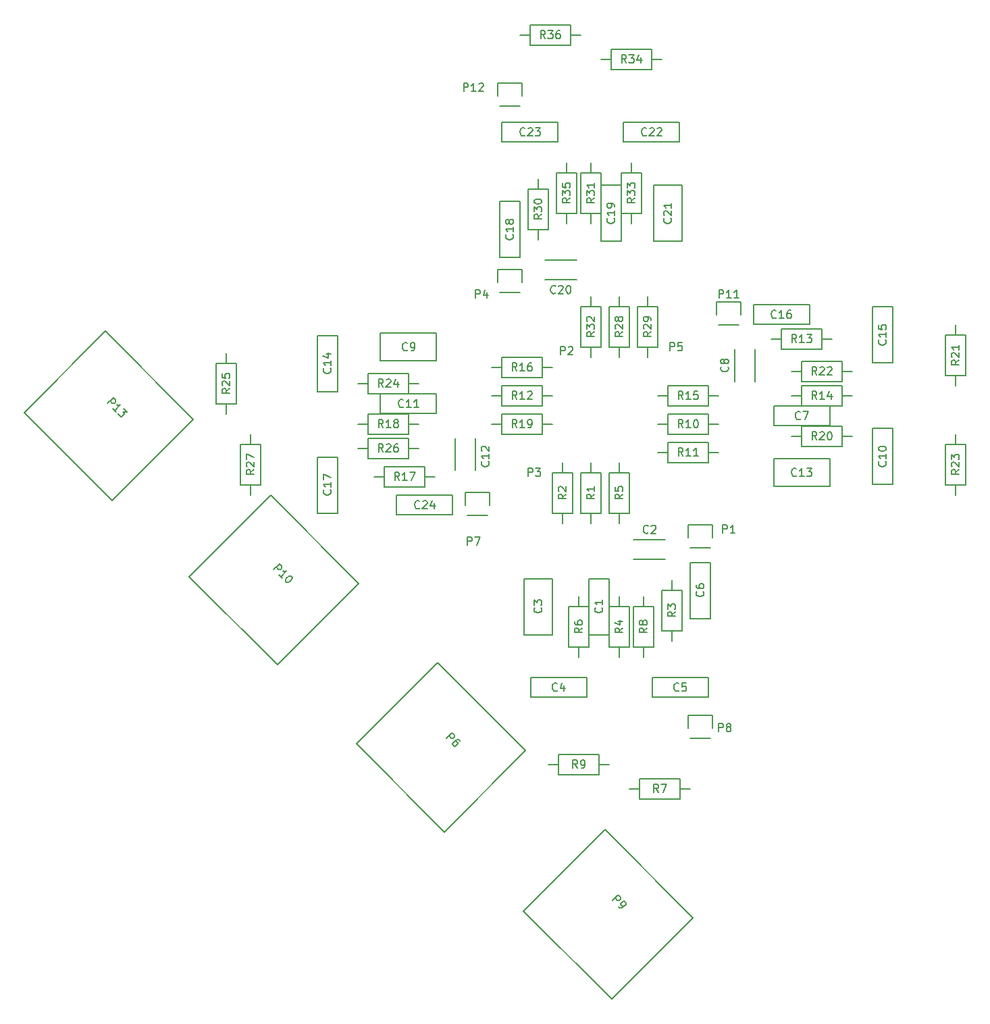
<source format=gbr>
G04 #@! TF.FileFunction,Legend,Top*
%FSLAX46Y46*%
G04 Gerber Fmt 4.6, Leading zero omitted, Abs format (unit mm)*
G04 Created by KiCad (PCBNEW 4.0.1-stable) date 24/02/2016 16:46:15*
%MOMM*%
G01*
G04 APERTURE LIST*
%ADD10C,0.100000*%
%ADD11C,0.150000*%
G04 APERTURE END LIST*
D10*
D11*
X89855479Y-86275868D02*
X78824132Y-75244521D01*
X78824132Y-75244521D02*
X68640521Y-85428132D01*
X68640521Y-85428132D02*
X79671868Y-96459479D01*
X79671868Y-96459479D02*
X89855479Y-86275868D01*
X110556479Y-106849868D02*
X99525132Y-95818521D01*
X99525132Y-95818521D02*
X89341521Y-106002132D01*
X89341521Y-106002132D02*
X100372868Y-117033479D01*
X100372868Y-117033479D02*
X110556479Y-106849868D01*
X152466479Y-148759868D02*
X141435132Y-137728521D01*
X141435132Y-137728521D02*
X131251521Y-147912132D01*
X131251521Y-147912132D02*
X142282868Y-158943479D01*
X142282868Y-158943479D02*
X152466479Y-148759868D01*
X131511479Y-127804868D02*
X120480132Y-116773521D01*
X120480132Y-116773521D02*
X110296521Y-126957132D01*
X110296521Y-126957132D02*
X121327868Y-137988479D01*
X121327868Y-137988479D02*
X131511479Y-127804868D01*
X177526000Y-87392000D02*
X177526000Y-94392000D01*
X177526000Y-94392000D02*
X175026000Y-94392000D01*
X175026000Y-94392000D02*
X175026000Y-87392000D01*
X175026000Y-87392000D02*
X177526000Y-87392000D01*
X113300000Y-75466000D02*
X120300000Y-75466000D01*
X120300000Y-75466000D02*
X120300000Y-78966000D01*
X120300000Y-78966000D02*
X113300000Y-78966000D01*
X113300000Y-78966000D02*
X113300000Y-75466000D01*
X157754000Y-81522000D02*
X157754000Y-77522000D01*
X160254000Y-81522000D02*
X160254000Y-77522000D01*
X169656000Y-87102000D02*
X162656000Y-87102000D01*
X162656000Y-87102000D02*
X162656000Y-84602000D01*
X162656000Y-84602000D02*
X169656000Y-84602000D01*
X169656000Y-84602000D02*
X169656000Y-87102000D01*
X139466000Y-113268000D02*
X139466000Y-106268000D01*
X139466000Y-106268000D02*
X141966000Y-106268000D01*
X141966000Y-106268000D02*
X141966000Y-113268000D01*
X141966000Y-113268000D02*
X139466000Y-113268000D01*
X145796000Y-131318000D02*
X150876000Y-131318000D01*
X150876000Y-131318000D02*
X150876000Y-133858000D01*
X150876000Y-133858000D02*
X145796000Y-133858000D01*
X145796000Y-133858000D02*
X145796000Y-131318000D01*
X145796000Y-132588000D02*
X144526000Y-132588000D01*
X150876000Y-132588000D02*
X152146000Y-132588000D01*
X152166000Y-111236000D02*
X152166000Y-104236000D01*
X152166000Y-104236000D02*
X154666000Y-104236000D01*
X154666000Y-104236000D02*
X154666000Y-111236000D01*
X154666000Y-111236000D02*
X152166000Y-111236000D01*
X154416000Y-121138000D02*
X147416000Y-121138000D01*
X147416000Y-121138000D02*
X147416000Y-118638000D01*
X147416000Y-118638000D02*
X154416000Y-118638000D01*
X154416000Y-118638000D02*
X154416000Y-121138000D01*
X131346000Y-113268000D02*
X131346000Y-106268000D01*
X131346000Y-106268000D02*
X134846000Y-106268000D01*
X134846000Y-106268000D02*
X134846000Y-113268000D01*
X134846000Y-113268000D02*
X131346000Y-113268000D01*
X145046000Y-101366000D02*
X149046000Y-101366000D01*
X145046000Y-103866000D02*
X149046000Y-103866000D01*
X139176000Y-121138000D02*
X132176000Y-121138000D01*
X132176000Y-121138000D02*
X132176000Y-118638000D01*
X132176000Y-118638000D02*
X139176000Y-118638000D01*
X139176000Y-118638000D02*
X139176000Y-121138000D01*
X135636000Y-128270000D02*
X140716000Y-128270000D01*
X140716000Y-128270000D02*
X140716000Y-130810000D01*
X140716000Y-130810000D02*
X135636000Y-130810000D01*
X135636000Y-130810000D02*
X135636000Y-128270000D01*
X135636000Y-129540000D02*
X134366000Y-129540000D01*
X140716000Y-129540000D02*
X141986000Y-129540000D01*
X147574000Y-109728000D02*
X147574000Y-114808000D01*
X147574000Y-114808000D02*
X145034000Y-114808000D01*
X145034000Y-114808000D02*
X145034000Y-109728000D01*
X145034000Y-109728000D02*
X147574000Y-109728000D01*
X146304000Y-109728000D02*
X146304000Y-108458000D01*
X146304000Y-114808000D02*
X146304000Y-116078000D01*
X139446000Y-109728000D02*
X139446000Y-114808000D01*
X139446000Y-114808000D02*
X136906000Y-114808000D01*
X136906000Y-114808000D02*
X136906000Y-109728000D01*
X136906000Y-109728000D02*
X139446000Y-109728000D01*
X138176000Y-109728000D02*
X138176000Y-108458000D01*
X138176000Y-114808000D02*
X138176000Y-116078000D01*
X141986000Y-98044000D02*
X141986000Y-92964000D01*
X141986000Y-92964000D02*
X144526000Y-92964000D01*
X144526000Y-92964000D02*
X144526000Y-98044000D01*
X144526000Y-98044000D02*
X141986000Y-98044000D01*
X143256000Y-98044000D02*
X143256000Y-99314000D01*
X143256000Y-92964000D02*
X143256000Y-91694000D01*
X141986000Y-114808000D02*
X141986000Y-109728000D01*
X141986000Y-109728000D02*
X144526000Y-109728000D01*
X144526000Y-109728000D02*
X144526000Y-114808000D01*
X144526000Y-114808000D02*
X141986000Y-114808000D01*
X143256000Y-114808000D02*
X143256000Y-116078000D01*
X143256000Y-109728000D02*
X143256000Y-108458000D01*
X151130000Y-107696000D02*
X151130000Y-112776000D01*
X151130000Y-112776000D02*
X148590000Y-112776000D01*
X148590000Y-112776000D02*
X148590000Y-107696000D01*
X148590000Y-107696000D02*
X151130000Y-107696000D01*
X149860000Y-107696000D02*
X149860000Y-106426000D01*
X149860000Y-112776000D02*
X149860000Y-114046000D01*
X134874000Y-98044000D02*
X134874000Y-92964000D01*
X134874000Y-92964000D02*
X137414000Y-92964000D01*
X137414000Y-92964000D02*
X137414000Y-98044000D01*
X137414000Y-98044000D02*
X134874000Y-98044000D01*
X136144000Y-98044000D02*
X136144000Y-99314000D01*
X136144000Y-92964000D02*
X136144000Y-91694000D01*
X138430000Y-98044000D02*
X138430000Y-92964000D01*
X138430000Y-92964000D02*
X140970000Y-92964000D01*
X140970000Y-92964000D02*
X140970000Y-98044000D01*
X140970000Y-98044000D02*
X138430000Y-98044000D01*
X139700000Y-98044000D02*
X139700000Y-99314000D01*
X139700000Y-92964000D02*
X139700000Y-91694000D01*
X154966000Y-99542000D02*
X154966000Y-101092000D01*
X151866000Y-101092000D02*
X151866000Y-99542000D01*
X151866000Y-99542000D02*
X154966000Y-99542000D01*
X152146000Y-102362000D02*
X154686000Y-102362000D01*
X113300000Y-83078000D02*
X120300000Y-83078000D01*
X120300000Y-83078000D02*
X120300000Y-85578000D01*
X120300000Y-85578000D02*
X113300000Y-85578000D01*
X113300000Y-85578000D02*
X113300000Y-83078000D01*
X125202000Y-88658000D02*
X125202000Y-92658000D01*
X122702000Y-88658000D02*
X122702000Y-92658000D01*
X169656000Y-94714000D02*
X162656000Y-94714000D01*
X162656000Y-94714000D02*
X162656000Y-91214000D01*
X162656000Y-91214000D02*
X169656000Y-91214000D01*
X169656000Y-91214000D02*
X169656000Y-94714000D01*
X105430000Y-82788000D02*
X105430000Y-75788000D01*
X105430000Y-75788000D02*
X107930000Y-75788000D01*
X107930000Y-75788000D02*
X107930000Y-82788000D01*
X107930000Y-82788000D02*
X105430000Y-82788000D01*
X177526000Y-72152000D02*
X177526000Y-79152000D01*
X177526000Y-79152000D02*
X175026000Y-79152000D01*
X175026000Y-79152000D02*
X175026000Y-72152000D01*
X175026000Y-72152000D02*
X177526000Y-72152000D01*
X167116000Y-74402000D02*
X160116000Y-74402000D01*
X160116000Y-74402000D02*
X160116000Y-71902000D01*
X160116000Y-71902000D02*
X167116000Y-71902000D01*
X167116000Y-71902000D02*
X167116000Y-74402000D01*
X105430000Y-98028000D02*
X105430000Y-91028000D01*
X105430000Y-91028000D02*
X107930000Y-91028000D01*
X107930000Y-91028000D02*
X107930000Y-98028000D01*
X107930000Y-98028000D02*
X105430000Y-98028000D01*
X130790000Y-58944000D02*
X130790000Y-65944000D01*
X130790000Y-65944000D02*
X128290000Y-65944000D01*
X128290000Y-65944000D02*
X128290000Y-58944000D01*
X128290000Y-58944000D02*
X130790000Y-58944000D01*
X143490000Y-56912000D02*
X143490000Y-63912000D01*
X143490000Y-63912000D02*
X140990000Y-63912000D01*
X140990000Y-63912000D02*
X140990000Y-56912000D01*
X140990000Y-56912000D02*
X143490000Y-56912000D01*
X137910000Y-68814000D02*
X133910000Y-68814000D01*
X137910000Y-66314000D02*
X133910000Y-66314000D01*
X151102000Y-56912000D02*
X151102000Y-63912000D01*
X151102000Y-63912000D02*
X147602000Y-63912000D01*
X147602000Y-63912000D02*
X147602000Y-56912000D01*
X147602000Y-56912000D02*
X151102000Y-56912000D01*
X143780000Y-49042000D02*
X150780000Y-49042000D01*
X150780000Y-49042000D02*
X150780000Y-51542000D01*
X150780000Y-51542000D02*
X143780000Y-51542000D01*
X143780000Y-51542000D02*
X143780000Y-49042000D01*
X128540000Y-49042000D02*
X135540000Y-49042000D01*
X135540000Y-49042000D02*
X135540000Y-51542000D01*
X135540000Y-51542000D02*
X128540000Y-51542000D01*
X128540000Y-51542000D02*
X128540000Y-49042000D01*
X115332000Y-95778000D02*
X122332000Y-95778000D01*
X122332000Y-95778000D02*
X122332000Y-98278000D01*
X122332000Y-98278000D02*
X115332000Y-98278000D01*
X115332000Y-98278000D02*
X115332000Y-95778000D01*
X131090000Y-67538000D02*
X131090000Y-69088000D01*
X127990000Y-69088000D02*
X127990000Y-67538000D01*
X127990000Y-67538000D02*
X131090000Y-67538000D01*
X128270000Y-70358000D02*
X130810000Y-70358000D01*
X127026000Y-95478000D02*
X127026000Y-97028000D01*
X123926000Y-97028000D02*
X123926000Y-95478000D01*
X123926000Y-95478000D02*
X127026000Y-95478000D01*
X124206000Y-98298000D02*
X126746000Y-98298000D01*
X154966000Y-123418000D02*
X154966000Y-124968000D01*
X151866000Y-124968000D02*
X151866000Y-123418000D01*
X151866000Y-123418000D02*
X154966000Y-123418000D01*
X152146000Y-126238000D02*
X154686000Y-126238000D01*
X158522000Y-71602000D02*
X158522000Y-73152000D01*
X155422000Y-73152000D02*
X155422000Y-71602000D01*
X155422000Y-71602000D02*
X158522000Y-71602000D01*
X155702000Y-74422000D02*
X158242000Y-74422000D01*
X131090000Y-44170000D02*
X131090000Y-45720000D01*
X127990000Y-45720000D02*
X127990000Y-44170000D01*
X127990000Y-44170000D02*
X131090000Y-44170000D01*
X128270000Y-46990000D02*
X130810000Y-46990000D01*
X154432000Y-88138000D02*
X149352000Y-88138000D01*
X149352000Y-88138000D02*
X149352000Y-85598000D01*
X149352000Y-85598000D02*
X154432000Y-85598000D01*
X154432000Y-85598000D02*
X154432000Y-88138000D01*
X154432000Y-86868000D02*
X155702000Y-86868000D01*
X149352000Y-86868000D02*
X148082000Y-86868000D01*
X154432000Y-91694000D02*
X149352000Y-91694000D01*
X149352000Y-91694000D02*
X149352000Y-89154000D01*
X149352000Y-89154000D02*
X154432000Y-89154000D01*
X154432000Y-89154000D02*
X154432000Y-91694000D01*
X154432000Y-90424000D02*
X155702000Y-90424000D01*
X149352000Y-90424000D02*
X148082000Y-90424000D01*
X128524000Y-82042000D02*
X133604000Y-82042000D01*
X133604000Y-82042000D02*
X133604000Y-84582000D01*
X133604000Y-84582000D02*
X128524000Y-84582000D01*
X128524000Y-84582000D02*
X128524000Y-82042000D01*
X128524000Y-83312000D02*
X127254000Y-83312000D01*
X133604000Y-83312000D02*
X134874000Y-83312000D01*
X163576000Y-74930000D02*
X168656000Y-74930000D01*
X168656000Y-74930000D02*
X168656000Y-77470000D01*
X168656000Y-77470000D02*
X163576000Y-77470000D01*
X163576000Y-77470000D02*
X163576000Y-74930000D01*
X163576000Y-76200000D02*
X162306000Y-76200000D01*
X168656000Y-76200000D02*
X169926000Y-76200000D01*
X171196000Y-84582000D02*
X166116000Y-84582000D01*
X166116000Y-84582000D02*
X166116000Y-82042000D01*
X166116000Y-82042000D02*
X171196000Y-82042000D01*
X171196000Y-82042000D02*
X171196000Y-84582000D01*
X171196000Y-83312000D02*
X172466000Y-83312000D01*
X166116000Y-83312000D02*
X164846000Y-83312000D01*
X154432000Y-84582000D02*
X149352000Y-84582000D01*
X149352000Y-84582000D02*
X149352000Y-82042000D01*
X149352000Y-82042000D02*
X154432000Y-82042000D01*
X154432000Y-82042000D02*
X154432000Y-84582000D01*
X154432000Y-83312000D02*
X155702000Y-83312000D01*
X149352000Y-83312000D02*
X148082000Y-83312000D01*
X128524000Y-78486000D02*
X133604000Y-78486000D01*
X133604000Y-78486000D02*
X133604000Y-81026000D01*
X133604000Y-81026000D02*
X128524000Y-81026000D01*
X128524000Y-81026000D02*
X128524000Y-78486000D01*
X128524000Y-79756000D02*
X127254000Y-79756000D01*
X133604000Y-79756000D02*
X134874000Y-79756000D01*
X118872000Y-94742000D02*
X113792000Y-94742000D01*
X113792000Y-94742000D02*
X113792000Y-92202000D01*
X113792000Y-92202000D02*
X118872000Y-92202000D01*
X118872000Y-92202000D02*
X118872000Y-94742000D01*
X118872000Y-93472000D02*
X120142000Y-93472000D01*
X113792000Y-93472000D02*
X112522000Y-93472000D01*
X111760000Y-85598000D02*
X116840000Y-85598000D01*
X116840000Y-85598000D02*
X116840000Y-88138000D01*
X116840000Y-88138000D02*
X111760000Y-88138000D01*
X111760000Y-88138000D02*
X111760000Y-85598000D01*
X111760000Y-86868000D02*
X110490000Y-86868000D01*
X116840000Y-86868000D02*
X118110000Y-86868000D01*
X128524000Y-85598000D02*
X133604000Y-85598000D01*
X133604000Y-85598000D02*
X133604000Y-88138000D01*
X133604000Y-88138000D02*
X128524000Y-88138000D01*
X128524000Y-88138000D02*
X128524000Y-85598000D01*
X128524000Y-86868000D02*
X127254000Y-86868000D01*
X133604000Y-86868000D02*
X134874000Y-86868000D01*
X166116000Y-87122000D02*
X171196000Y-87122000D01*
X171196000Y-87122000D02*
X171196000Y-89662000D01*
X171196000Y-89662000D02*
X166116000Y-89662000D01*
X166116000Y-89662000D02*
X166116000Y-87122000D01*
X166116000Y-88392000D02*
X164846000Y-88392000D01*
X171196000Y-88392000D02*
X172466000Y-88392000D01*
X184150000Y-80772000D02*
X184150000Y-75692000D01*
X184150000Y-75692000D02*
X186690000Y-75692000D01*
X186690000Y-75692000D02*
X186690000Y-80772000D01*
X186690000Y-80772000D02*
X184150000Y-80772000D01*
X185420000Y-80772000D02*
X185420000Y-82042000D01*
X185420000Y-75692000D02*
X185420000Y-74422000D01*
X166116000Y-78994000D02*
X171196000Y-78994000D01*
X171196000Y-78994000D02*
X171196000Y-81534000D01*
X171196000Y-81534000D02*
X166116000Y-81534000D01*
X166116000Y-81534000D02*
X166116000Y-78994000D01*
X166116000Y-80264000D02*
X164846000Y-80264000D01*
X171196000Y-80264000D02*
X172466000Y-80264000D01*
X184150000Y-94488000D02*
X184150000Y-89408000D01*
X184150000Y-89408000D02*
X186690000Y-89408000D01*
X186690000Y-89408000D02*
X186690000Y-94488000D01*
X186690000Y-94488000D02*
X184150000Y-94488000D01*
X185420000Y-94488000D02*
X185420000Y-95758000D01*
X185420000Y-89408000D02*
X185420000Y-88138000D01*
X116840000Y-83058000D02*
X111760000Y-83058000D01*
X111760000Y-83058000D02*
X111760000Y-80518000D01*
X111760000Y-80518000D02*
X116840000Y-80518000D01*
X116840000Y-80518000D02*
X116840000Y-83058000D01*
X116840000Y-81788000D02*
X118110000Y-81788000D01*
X111760000Y-81788000D02*
X110490000Y-81788000D01*
X92710000Y-84328000D02*
X92710000Y-79248000D01*
X92710000Y-79248000D02*
X95250000Y-79248000D01*
X95250000Y-79248000D02*
X95250000Y-84328000D01*
X95250000Y-84328000D02*
X92710000Y-84328000D01*
X93980000Y-84328000D02*
X93980000Y-85598000D01*
X93980000Y-79248000D02*
X93980000Y-77978000D01*
X116840000Y-91186000D02*
X111760000Y-91186000D01*
X111760000Y-91186000D02*
X111760000Y-88646000D01*
X111760000Y-88646000D02*
X116840000Y-88646000D01*
X116840000Y-88646000D02*
X116840000Y-91186000D01*
X116840000Y-89916000D02*
X118110000Y-89916000D01*
X111760000Y-89916000D02*
X110490000Y-89916000D01*
X95758000Y-94488000D02*
X95758000Y-89408000D01*
X95758000Y-89408000D02*
X98298000Y-89408000D01*
X98298000Y-89408000D02*
X98298000Y-94488000D01*
X98298000Y-94488000D02*
X95758000Y-94488000D01*
X97028000Y-94488000D02*
X97028000Y-95758000D01*
X97028000Y-89408000D02*
X97028000Y-88138000D01*
X144526000Y-72136000D02*
X144526000Y-77216000D01*
X144526000Y-77216000D02*
X141986000Y-77216000D01*
X141986000Y-77216000D02*
X141986000Y-72136000D01*
X141986000Y-72136000D02*
X144526000Y-72136000D01*
X143256000Y-72136000D02*
X143256000Y-70866000D01*
X143256000Y-77216000D02*
X143256000Y-78486000D01*
X148082000Y-72136000D02*
X148082000Y-77216000D01*
X148082000Y-77216000D02*
X145542000Y-77216000D01*
X145542000Y-77216000D02*
X145542000Y-72136000D01*
X145542000Y-72136000D02*
X148082000Y-72136000D01*
X146812000Y-72136000D02*
X146812000Y-70866000D01*
X146812000Y-77216000D02*
X146812000Y-78486000D01*
X131826000Y-62484000D02*
X131826000Y-57404000D01*
X131826000Y-57404000D02*
X134366000Y-57404000D01*
X134366000Y-57404000D02*
X134366000Y-62484000D01*
X134366000Y-62484000D02*
X131826000Y-62484000D01*
X133096000Y-62484000D02*
X133096000Y-63754000D01*
X133096000Y-57404000D02*
X133096000Y-56134000D01*
X140970000Y-55372000D02*
X140970000Y-60452000D01*
X140970000Y-60452000D02*
X138430000Y-60452000D01*
X138430000Y-60452000D02*
X138430000Y-55372000D01*
X138430000Y-55372000D02*
X140970000Y-55372000D01*
X139700000Y-55372000D02*
X139700000Y-54102000D01*
X139700000Y-60452000D02*
X139700000Y-61722000D01*
X140970000Y-72136000D02*
X140970000Y-77216000D01*
X140970000Y-77216000D02*
X138430000Y-77216000D01*
X138430000Y-77216000D02*
X138430000Y-72136000D01*
X138430000Y-72136000D02*
X140970000Y-72136000D01*
X139700000Y-72136000D02*
X139700000Y-70866000D01*
X139700000Y-77216000D02*
X139700000Y-78486000D01*
X143510000Y-60452000D02*
X143510000Y-55372000D01*
X143510000Y-55372000D02*
X146050000Y-55372000D01*
X146050000Y-55372000D02*
X146050000Y-60452000D01*
X146050000Y-60452000D02*
X143510000Y-60452000D01*
X144780000Y-60452000D02*
X144780000Y-61722000D01*
X144780000Y-55372000D02*
X144780000Y-54102000D01*
X142240000Y-39878000D02*
X147320000Y-39878000D01*
X147320000Y-39878000D02*
X147320000Y-42418000D01*
X147320000Y-42418000D02*
X142240000Y-42418000D01*
X142240000Y-42418000D02*
X142240000Y-39878000D01*
X142240000Y-41148000D02*
X140970000Y-41148000D01*
X147320000Y-41148000D02*
X148590000Y-41148000D01*
X135382000Y-60452000D02*
X135382000Y-55372000D01*
X135382000Y-55372000D02*
X137922000Y-55372000D01*
X137922000Y-55372000D02*
X137922000Y-60452000D01*
X137922000Y-60452000D02*
X135382000Y-60452000D01*
X136652000Y-60452000D02*
X136652000Y-61722000D01*
X136652000Y-55372000D02*
X136652000Y-54102000D01*
X132080000Y-36830000D02*
X137160000Y-36830000D01*
X137160000Y-36830000D02*
X137160000Y-39370000D01*
X137160000Y-39370000D02*
X132080000Y-39370000D01*
X132080000Y-39370000D02*
X132080000Y-36830000D01*
X132080000Y-38100000D02*
X130810000Y-38100000D01*
X137160000Y-38100000D02*
X138430000Y-38100000D01*
X79085488Y-84297252D02*
X79792595Y-83590145D01*
X80061970Y-83859519D01*
X80095641Y-83960535D01*
X80095641Y-84027878D01*
X80061970Y-84128893D01*
X79960955Y-84229908D01*
X79859939Y-84263580D01*
X79792596Y-84263580D01*
X79691581Y-84229908D01*
X79422206Y-83960534D01*
X80162985Y-85374748D02*
X79758924Y-84970687D01*
X79960954Y-85172717D02*
X80668061Y-84465610D01*
X80499702Y-84499282D01*
X80365015Y-84499282D01*
X80264000Y-84465610D01*
X81105794Y-84903343D02*
X81543527Y-85341076D01*
X81038450Y-85374747D01*
X81139466Y-85475763D01*
X81173138Y-85576778D01*
X81173138Y-85644122D01*
X81139465Y-85745138D01*
X80971107Y-85913496D01*
X80870092Y-85947168D01*
X80802748Y-85947168D01*
X80701733Y-85913496D01*
X80499702Y-85711465D01*
X80466030Y-85610450D01*
X80466030Y-85543107D01*
X99913488Y-105125253D02*
X100620595Y-104418146D01*
X100889970Y-104687520D01*
X100923641Y-104788536D01*
X100923641Y-104855879D01*
X100889970Y-104956894D01*
X100788955Y-105057909D01*
X100687939Y-105091581D01*
X100620596Y-105091581D01*
X100519581Y-105057909D01*
X100250206Y-104788535D01*
X100990985Y-106202749D02*
X100586924Y-105798688D01*
X100788954Y-106000718D02*
X101496061Y-105293611D01*
X101327702Y-105327283D01*
X101193015Y-105327283D01*
X101092000Y-105293611D01*
X102135824Y-105933375D02*
X102203168Y-106000719D01*
X102236840Y-106101734D01*
X102236840Y-106169077D01*
X102203168Y-106270093D01*
X102102153Y-106438451D01*
X101933794Y-106606811D01*
X101765435Y-106707826D01*
X101664420Y-106741497D01*
X101597076Y-106741497D01*
X101496061Y-106707826D01*
X101428717Y-106640482D01*
X101395045Y-106539466D01*
X101395045Y-106472123D01*
X101428717Y-106371108D01*
X101529732Y-106202749D01*
X101698092Y-106034390D01*
X101866450Y-105933375D01*
X101967465Y-105899703D01*
X102034809Y-105899703D01*
X102135824Y-105933375D01*
X142414206Y-146609970D02*
X143121313Y-145902863D01*
X143390688Y-146172237D01*
X143424359Y-146273253D01*
X143424359Y-146340596D01*
X143390688Y-146441611D01*
X143289672Y-146542626D01*
X143188657Y-146576298D01*
X143121314Y-146576298D01*
X143020299Y-146542626D01*
X142750924Y-146273252D01*
X143154985Y-147350748D02*
X143289672Y-147485435D01*
X143390688Y-147519107D01*
X143458031Y-147519107D01*
X143626390Y-147485436D01*
X143794748Y-147384421D01*
X144064123Y-147115046D01*
X144097794Y-147014031D01*
X144097794Y-146946688D01*
X144064123Y-146845672D01*
X143929435Y-146710985D01*
X143828420Y-146677313D01*
X143761076Y-146677313D01*
X143660061Y-146710985D01*
X143491703Y-146879343D01*
X143458031Y-146980359D01*
X143458030Y-147047703D01*
X143491702Y-147148718D01*
X143626390Y-147283405D01*
X143727405Y-147317077D01*
X143794749Y-147317076D01*
X143895764Y-147283405D01*
X121586206Y-126289970D02*
X122293313Y-125582863D01*
X122562688Y-125852237D01*
X122596359Y-125953253D01*
X122596359Y-126020596D01*
X122562688Y-126121611D01*
X122461672Y-126222626D01*
X122360657Y-126256298D01*
X122293314Y-126256298D01*
X122192299Y-126222626D01*
X121922924Y-125953252D01*
X123303466Y-126593016D02*
X123168778Y-126458328D01*
X123067763Y-126424657D01*
X123000420Y-126424657D01*
X122832061Y-126458328D01*
X122663703Y-126559343D01*
X122394328Y-126828718D01*
X122360657Y-126929733D01*
X122360657Y-126997076D01*
X122394328Y-127098092D01*
X122529016Y-127232779D01*
X122630031Y-127266451D01*
X122697374Y-127266451D01*
X122798390Y-127232779D01*
X122966748Y-127064421D01*
X123000421Y-126963405D01*
X123000421Y-126896061D01*
X122966749Y-126795046D01*
X122832061Y-126660359D01*
X122731046Y-126626687D01*
X122663703Y-126626687D01*
X122562687Y-126660359D01*
X149629905Y-77668381D02*
X149629905Y-76668381D01*
X150010858Y-76668381D01*
X150106096Y-76716000D01*
X150153715Y-76763619D01*
X150201334Y-76858857D01*
X150201334Y-77001714D01*
X150153715Y-77096952D01*
X150106096Y-77144571D01*
X150010858Y-77192190D01*
X149629905Y-77192190D01*
X151106096Y-76668381D02*
X150629905Y-76668381D01*
X150582286Y-77144571D01*
X150629905Y-77096952D01*
X150725143Y-77049333D01*
X150963239Y-77049333D01*
X151058477Y-77096952D01*
X151106096Y-77144571D01*
X151153715Y-77239810D01*
X151153715Y-77477905D01*
X151106096Y-77573143D01*
X151058477Y-77620762D01*
X150963239Y-77668381D01*
X150725143Y-77668381D01*
X150629905Y-77620762D01*
X150582286Y-77573143D01*
X131849905Y-93416381D02*
X131849905Y-92416381D01*
X132230858Y-92416381D01*
X132326096Y-92464000D01*
X132373715Y-92511619D01*
X132421334Y-92606857D01*
X132421334Y-92749714D01*
X132373715Y-92844952D01*
X132326096Y-92892571D01*
X132230858Y-92940190D01*
X131849905Y-92940190D01*
X132754667Y-92416381D02*
X133373715Y-92416381D01*
X133040381Y-92797333D01*
X133183239Y-92797333D01*
X133278477Y-92844952D01*
X133326096Y-92892571D01*
X133373715Y-92987810D01*
X133373715Y-93225905D01*
X133326096Y-93321143D01*
X133278477Y-93368762D01*
X133183239Y-93416381D01*
X132897524Y-93416381D01*
X132802286Y-93368762D01*
X132754667Y-93321143D01*
X135913905Y-78176381D02*
X135913905Y-77176381D01*
X136294858Y-77176381D01*
X136390096Y-77224000D01*
X136437715Y-77271619D01*
X136485334Y-77366857D01*
X136485334Y-77509714D01*
X136437715Y-77604952D01*
X136390096Y-77652571D01*
X136294858Y-77700190D01*
X135913905Y-77700190D01*
X136866286Y-77271619D02*
X136913905Y-77224000D01*
X137009143Y-77176381D01*
X137247239Y-77176381D01*
X137342477Y-77224000D01*
X137390096Y-77271619D01*
X137437715Y-77366857D01*
X137437715Y-77462095D01*
X137390096Y-77604952D01*
X136818667Y-78176381D01*
X137437715Y-78176381D01*
X176633143Y-91574857D02*
X176680762Y-91622476D01*
X176728381Y-91765333D01*
X176728381Y-91860571D01*
X176680762Y-92003429D01*
X176585524Y-92098667D01*
X176490286Y-92146286D01*
X176299810Y-92193905D01*
X176156952Y-92193905D01*
X175966476Y-92146286D01*
X175871238Y-92098667D01*
X175776000Y-92003429D01*
X175728381Y-91860571D01*
X175728381Y-91765333D01*
X175776000Y-91622476D01*
X175823619Y-91574857D01*
X176728381Y-90622476D02*
X176728381Y-91193905D01*
X176728381Y-90908191D02*
X175728381Y-90908191D01*
X175871238Y-91003429D01*
X175966476Y-91098667D01*
X176014095Y-91193905D01*
X175728381Y-90003429D02*
X175728381Y-89908190D01*
X175776000Y-89812952D01*
X175823619Y-89765333D01*
X175918857Y-89717714D01*
X176109333Y-89670095D01*
X176347429Y-89670095D01*
X176537905Y-89717714D01*
X176633143Y-89765333D01*
X176680762Y-89812952D01*
X176728381Y-89908190D01*
X176728381Y-90003429D01*
X176680762Y-90098667D01*
X176633143Y-90146286D01*
X176537905Y-90193905D01*
X176347429Y-90241524D01*
X176109333Y-90241524D01*
X175918857Y-90193905D01*
X175823619Y-90146286D01*
X175776000Y-90098667D01*
X175728381Y-90003429D01*
X116673334Y-77573143D02*
X116625715Y-77620762D01*
X116482858Y-77668381D01*
X116387620Y-77668381D01*
X116244762Y-77620762D01*
X116149524Y-77525524D01*
X116101905Y-77430286D01*
X116054286Y-77239810D01*
X116054286Y-77096952D01*
X116101905Y-76906476D01*
X116149524Y-76811238D01*
X116244762Y-76716000D01*
X116387620Y-76668381D01*
X116482858Y-76668381D01*
X116625715Y-76716000D01*
X116673334Y-76763619D01*
X117149524Y-77668381D02*
X117340000Y-77668381D01*
X117435239Y-77620762D01*
X117482858Y-77573143D01*
X117578096Y-77430286D01*
X117625715Y-77239810D01*
X117625715Y-76858857D01*
X117578096Y-76763619D01*
X117530477Y-76716000D01*
X117435239Y-76668381D01*
X117244762Y-76668381D01*
X117149524Y-76716000D01*
X117101905Y-76763619D01*
X117054286Y-76858857D01*
X117054286Y-77096952D01*
X117101905Y-77192190D01*
X117149524Y-77239810D01*
X117244762Y-77287429D01*
X117435239Y-77287429D01*
X117530477Y-77239810D01*
X117578096Y-77192190D01*
X117625715Y-77096952D01*
X156861143Y-79688666D02*
X156908762Y-79736285D01*
X156956381Y-79879142D01*
X156956381Y-79974380D01*
X156908762Y-80117238D01*
X156813524Y-80212476D01*
X156718286Y-80260095D01*
X156527810Y-80307714D01*
X156384952Y-80307714D01*
X156194476Y-80260095D01*
X156099238Y-80212476D01*
X156004000Y-80117238D01*
X155956381Y-79974380D01*
X155956381Y-79879142D01*
X156004000Y-79736285D01*
X156051619Y-79688666D01*
X156384952Y-79117238D02*
X156337333Y-79212476D01*
X156289714Y-79260095D01*
X156194476Y-79307714D01*
X156146857Y-79307714D01*
X156051619Y-79260095D01*
X156004000Y-79212476D01*
X155956381Y-79117238D01*
X155956381Y-78926761D01*
X156004000Y-78831523D01*
X156051619Y-78783904D01*
X156146857Y-78736285D01*
X156194476Y-78736285D01*
X156289714Y-78783904D01*
X156337333Y-78831523D01*
X156384952Y-78926761D01*
X156384952Y-79117238D01*
X156432571Y-79212476D01*
X156480190Y-79260095D01*
X156575429Y-79307714D01*
X156765905Y-79307714D01*
X156861143Y-79260095D01*
X156908762Y-79212476D01*
X156956381Y-79117238D01*
X156956381Y-78926761D01*
X156908762Y-78831523D01*
X156861143Y-78783904D01*
X156765905Y-78736285D01*
X156575429Y-78736285D01*
X156480190Y-78783904D01*
X156432571Y-78831523D01*
X156384952Y-78926761D01*
X165949334Y-86209143D02*
X165901715Y-86256762D01*
X165758858Y-86304381D01*
X165663620Y-86304381D01*
X165520762Y-86256762D01*
X165425524Y-86161524D01*
X165377905Y-86066286D01*
X165330286Y-85875810D01*
X165330286Y-85732952D01*
X165377905Y-85542476D01*
X165425524Y-85447238D01*
X165520762Y-85352000D01*
X165663620Y-85304381D01*
X165758858Y-85304381D01*
X165901715Y-85352000D01*
X165949334Y-85399619D01*
X166282667Y-85304381D02*
X166949334Y-85304381D01*
X166520762Y-86304381D01*
X141073143Y-109894666D02*
X141120762Y-109942285D01*
X141168381Y-110085142D01*
X141168381Y-110180380D01*
X141120762Y-110323238D01*
X141025524Y-110418476D01*
X140930286Y-110466095D01*
X140739810Y-110513714D01*
X140596952Y-110513714D01*
X140406476Y-110466095D01*
X140311238Y-110418476D01*
X140216000Y-110323238D01*
X140168381Y-110180380D01*
X140168381Y-110085142D01*
X140216000Y-109942285D01*
X140263619Y-109894666D01*
X141168381Y-108942285D02*
X141168381Y-109513714D01*
X141168381Y-109228000D02*
X140168381Y-109228000D01*
X140311238Y-109323238D01*
X140406476Y-109418476D01*
X140454095Y-109513714D01*
X148169334Y-133040381D02*
X147836000Y-132564190D01*
X147597905Y-133040381D02*
X147597905Y-132040381D01*
X147978858Y-132040381D01*
X148074096Y-132088000D01*
X148121715Y-132135619D01*
X148169334Y-132230857D01*
X148169334Y-132373714D01*
X148121715Y-132468952D01*
X148074096Y-132516571D01*
X147978858Y-132564190D01*
X147597905Y-132564190D01*
X148502667Y-132040381D02*
X149169334Y-132040381D01*
X148740762Y-133040381D01*
X153773143Y-107862666D02*
X153820762Y-107910285D01*
X153868381Y-108053142D01*
X153868381Y-108148380D01*
X153820762Y-108291238D01*
X153725524Y-108386476D01*
X153630286Y-108434095D01*
X153439810Y-108481714D01*
X153296952Y-108481714D01*
X153106476Y-108434095D01*
X153011238Y-108386476D01*
X152916000Y-108291238D01*
X152868381Y-108148380D01*
X152868381Y-108053142D01*
X152916000Y-107910285D01*
X152963619Y-107862666D01*
X152868381Y-107005523D02*
X152868381Y-107196000D01*
X152916000Y-107291238D01*
X152963619Y-107338857D01*
X153106476Y-107434095D01*
X153296952Y-107481714D01*
X153677905Y-107481714D01*
X153773143Y-107434095D01*
X153820762Y-107386476D01*
X153868381Y-107291238D01*
X153868381Y-107100761D01*
X153820762Y-107005523D01*
X153773143Y-106957904D01*
X153677905Y-106910285D01*
X153439810Y-106910285D01*
X153344571Y-106957904D01*
X153296952Y-107005523D01*
X153249333Y-107100761D01*
X153249333Y-107291238D01*
X153296952Y-107386476D01*
X153344571Y-107434095D01*
X153439810Y-107481714D01*
X150709334Y-120245143D02*
X150661715Y-120292762D01*
X150518858Y-120340381D01*
X150423620Y-120340381D01*
X150280762Y-120292762D01*
X150185524Y-120197524D01*
X150137905Y-120102286D01*
X150090286Y-119911810D01*
X150090286Y-119768952D01*
X150137905Y-119578476D01*
X150185524Y-119483238D01*
X150280762Y-119388000D01*
X150423620Y-119340381D01*
X150518858Y-119340381D01*
X150661715Y-119388000D01*
X150709334Y-119435619D01*
X151614096Y-119340381D02*
X151137905Y-119340381D01*
X151090286Y-119816571D01*
X151137905Y-119768952D01*
X151233143Y-119721333D01*
X151471239Y-119721333D01*
X151566477Y-119768952D01*
X151614096Y-119816571D01*
X151661715Y-119911810D01*
X151661715Y-120149905D01*
X151614096Y-120245143D01*
X151566477Y-120292762D01*
X151471239Y-120340381D01*
X151233143Y-120340381D01*
X151137905Y-120292762D01*
X151090286Y-120245143D01*
X133453143Y-109894666D02*
X133500762Y-109942285D01*
X133548381Y-110085142D01*
X133548381Y-110180380D01*
X133500762Y-110323238D01*
X133405524Y-110418476D01*
X133310286Y-110466095D01*
X133119810Y-110513714D01*
X132976952Y-110513714D01*
X132786476Y-110466095D01*
X132691238Y-110418476D01*
X132596000Y-110323238D01*
X132548381Y-110180380D01*
X132548381Y-110085142D01*
X132596000Y-109942285D01*
X132643619Y-109894666D01*
X132548381Y-109561333D02*
X132548381Y-108942285D01*
X132929333Y-109275619D01*
X132929333Y-109132761D01*
X132976952Y-109037523D01*
X133024571Y-108989904D01*
X133119810Y-108942285D01*
X133357905Y-108942285D01*
X133453143Y-108989904D01*
X133500762Y-109037523D01*
X133548381Y-109132761D01*
X133548381Y-109418476D01*
X133500762Y-109513714D01*
X133453143Y-109561333D01*
X146879334Y-100473143D02*
X146831715Y-100520762D01*
X146688858Y-100568381D01*
X146593620Y-100568381D01*
X146450762Y-100520762D01*
X146355524Y-100425524D01*
X146307905Y-100330286D01*
X146260286Y-100139810D01*
X146260286Y-99996952D01*
X146307905Y-99806476D01*
X146355524Y-99711238D01*
X146450762Y-99616000D01*
X146593620Y-99568381D01*
X146688858Y-99568381D01*
X146831715Y-99616000D01*
X146879334Y-99663619D01*
X147260286Y-99663619D02*
X147307905Y-99616000D01*
X147403143Y-99568381D01*
X147641239Y-99568381D01*
X147736477Y-99616000D01*
X147784096Y-99663619D01*
X147831715Y-99758857D01*
X147831715Y-99854095D01*
X147784096Y-99996952D01*
X147212667Y-100568381D01*
X147831715Y-100568381D01*
X135469334Y-120245143D02*
X135421715Y-120292762D01*
X135278858Y-120340381D01*
X135183620Y-120340381D01*
X135040762Y-120292762D01*
X134945524Y-120197524D01*
X134897905Y-120102286D01*
X134850286Y-119911810D01*
X134850286Y-119768952D01*
X134897905Y-119578476D01*
X134945524Y-119483238D01*
X135040762Y-119388000D01*
X135183620Y-119340381D01*
X135278858Y-119340381D01*
X135421715Y-119388000D01*
X135469334Y-119435619D01*
X136326477Y-119673714D02*
X136326477Y-120340381D01*
X136088381Y-119292762D02*
X135850286Y-120007048D01*
X136469334Y-120007048D01*
X138009334Y-129992381D02*
X137676000Y-129516190D01*
X137437905Y-129992381D02*
X137437905Y-128992381D01*
X137818858Y-128992381D01*
X137914096Y-129040000D01*
X137961715Y-129087619D01*
X138009334Y-129182857D01*
X138009334Y-129325714D01*
X137961715Y-129420952D01*
X137914096Y-129468571D01*
X137818858Y-129516190D01*
X137437905Y-129516190D01*
X138485524Y-129992381D02*
X138676000Y-129992381D01*
X138771239Y-129944762D01*
X138818858Y-129897143D01*
X138914096Y-129754286D01*
X138961715Y-129563810D01*
X138961715Y-129182857D01*
X138914096Y-129087619D01*
X138866477Y-129040000D01*
X138771239Y-128992381D01*
X138580762Y-128992381D01*
X138485524Y-129040000D01*
X138437905Y-129087619D01*
X138390286Y-129182857D01*
X138390286Y-129420952D01*
X138437905Y-129516190D01*
X138485524Y-129563810D01*
X138580762Y-129611429D01*
X138771239Y-129611429D01*
X138866477Y-129563810D01*
X138914096Y-129516190D01*
X138961715Y-129420952D01*
X146756381Y-112434666D02*
X146280190Y-112768000D01*
X146756381Y-113006095D02*
X145756381Y-113006095D01*
X145756381Y-112625142D01*
X145804000Y-112529904D01*
X145851619Y-112482285D01*
X145946857Y-112434666D01*
X146089714Y-112434666D01*
X146184952Y-112482285D01*
X146232571Y-112529904D01*
X146280190Y-112625142D01*
X146280190Y-113006095D01*
X146184952Y-111863238D02*
X146137333Y-111958476D01*
X146089714Y-112006095D01*
X145994476Y-112053714D01*
X145946857Y-112053714D01*
X145851619Y-112006095D01*
X145804000Y-111958476D01*
X145756381Y-111863238D01*
X145756381Y-111672761D01*
X145804000Y-111577523D01*
X145851619Y-111529904D01*
X145946857Y-111482285D01*
X145994476Y-111482285D01*
X146089714Y-111529904D01*
X146137333Y-111577523D01*
X146184952Y-111672761D01*
X146184952Y-111863238D01*
X146232571Y-111958476D01*
X146280190Y-112006095D01*
X146375429Y-112053714D01*
X146565905Y-112053714D01*
X146661143Y-112006095D01*
X146708762Y-111958476D01*
X146756381Y-111863238D01*
X146756381Y-111672761D01*
X146708762Y-111577523D01*
X146661143Y-111529904D01*
X146565905Y-111482285D01*
X146375429Y-111482285D01*
X146280190Y-111529904D01*
X146232571Y-111577523D01*
X146184952Y-111672761D01*
X138628381Y-112434666D02*
X138152190Y-112768000D01*
X138628381Y-113006095D02*
X137628381Y-113006095D01*
X137628381Y-112625142D01*
X137676000Y-112529904D01*
X137723619Y-112482285D01*
X137818857Y-112434666D01*
X137961714Y-112434666D01*
X138056952Y-112482285D01*
X138104571Y-112529904D01*
X138152190Y-112625142D01*
X138152190Y-113006095D01*
X137628381Y-111577523D02*
X137628381Y-111768000D01*
X137676000Y-111863238D01*
X137723619Y-111910857D01*
X137866476Y-112006095D01*
X138056952Y-112053714D01*
X138437905Y-112053714D01*
X138533143Y-112006095D01*
X138580762Y-111958476D01*
X138628381Y-111863238D01*
X138628381Y-111672761D01*
X138580762Y-111577523D01*
X138533143Y-111529904D01*
X138437905Y-111482285D01*
X138199810Y-111482285D01*
X138104571Y-111529904D01*
X138056952Y-111577523D01*
X138009333Y-111672761D01*
X138009333Y-111863238D01*
X138056952Y-111958476D01*
X138104571Y-112006095D01*
X138199810Y-112053714D01*
X143708381Y-95670666D02*
X143232190Y-96004000D01*
X143708381Y-96242095D02*
X142708381Y-96242095D01*
X142708381Y-95861142D01*
X142756000Y-95765904D01*
X142803619Y-95718285D01*
X142898857Y-95670666D01*
X143041714Y-95670666D01*
X143136952Y-95718285D01*
X143184571Y-95765904D01*
X143232190Y-95861142D01*
X143232190Y-96242095D01*
X142708381Y-94765904D02*
X142708381Y-95242095D01*
X143184571Y-95289714D01*
X143136952Y-95242095D01*
X143089333Y-95146857D01*
X143089333Y-94908761D01*
X143136952Y-94813523D01*
X143184571Y-94765904D01*
X143279810Y-94718285D01*
X143517905Y-94718285D01*
X143613143Y-94765904D01*
X143660762Y-94813523D01*
X143708381Y-94908761D01*
X143708381Y-95146857D01*
X143660762Y-95242095D01*
X143613143Y-95289714D01*
X143708381Y-112434666D02*
X143232190Y-112768000D01*
X143708381Y-113006095D02*
X142708381Y-113006095D01*
X142708381Y-112625142D01*
X142756000Y-112529904D01*
X142803619Y-112482285D01*
X142898857Y-112434666D01*
X143041714Y-112434666D01*
X143136952Y-112482285D01*
X143184571Y-112529904D01*
X143232190Y-112625142D01*
X143232190Y-113006095D01*
X143041714Y-111577523D02*
X143708381Y-111577523D01*
X142660762Y-111815619D02*
X143375048Y-112053714D01*
X143375048Y-111434666D01*
X150312381Y-110402666D02*
X149836190Y-110736000D01*
X150312381Y-110974095D02*
X149312381Y-110974095D01*
X149312381Y-110593142D01*
X149360000Y-110497904D01*
X149407619Y-110450285D01*
X149502857Y-110402666D01*
X149645714Y-110402666D01*
X149740952Y-110450285D01*
X149788571Y-110497904D01*
X149836190Y-110593142D01*
X149836190Y-110974095D01*
X149312381Y-110069333D02*
X149312381Y-109450285D01*
X149693333Y-109783619D01*
X149693333Y-109640761D01*
X149740952Y-109545523D01*
X149788571Y-109497904D01*
X149883810Y-109450285D01*
X150121905Y-109450285D01*
X150217143Y-109497904D01*
X150264762Y-109545523D01*
X150312381Y-109640761D01*
X150312381Y-109926476D01*
X150264762Y-110021714D01*
X150217143Y-110069333D01*
X136596381Y-95670666D02*
X136120190Y-96004000D01*
X136596381Y-96242095D02*
X135596381Y-96242095D01*
X135596381Y-95861142D01*
X135644000Y-95765904D01*
X135691619Y-95718285D01*
X135786857Y-95670666D01*
X135929714Y-95670666D01*
X136024952Y-95718285D01*
X136072571Y-95765904D01*
X136120190Y-95861142D01*
X136120190Y-96242095D01*
X135691619Y-95289714D02*
X135644000Y-95242095D01*
X135596381Y-95146857D01*
X135596381Y-94908761D01*
X135644000Y-94813523D01*
X135691619Y-94765904D01*
X135786857Y-94718285D01*
X135882095Y-94718285D01*
X136024952Y-94765904D01*
X136596381Y-95337333D01*
X136596381Y-94718285D01*
X140152381Y-95670666D02*
X139676190Y-96004000D01*
X140152381Y-96242095D02*
X139152381Y-96242095D01*
X139152381Y-95861142D01*
X139200000Y-95765904D01*
X139247619Y-95718285D01*
X139342857Y-95670666D01*
X139485714Y-95670666D01*
X139580952Y-95718285D01*
X139628571Y-95765904D01*
X139676190Y-95861142D01*
X139676190Y-96242095D01*
X140152381Y-94718285D02*
X140152381Y-95289714D01*
X140152381Y-95004000D02*
X139152381Y-95004000D01*
X139295238Y-95099238D01*
X139390476Y-95194476D01*
X139438095Y-95289714D01*
X156233905Y-100528381D02*
X156233905Y-99528381D01*
X156614858Y-99528381D01*
X156710096Y-99576000D01*
X156757715Y-99623619D01*
X156805334Y-99718857D01*
X156805334Y-99861714D01*
X156757715Y-99956952D01*
X156710096Y-100004571D01*
X156614858Y-100052190D01*
X156233905Y-100052190D01*
X157757715Y-100528381D02*
X157186286Y-100528381D01*
X157472000Y-100528381D02*
X157472000Y-99528381D01*
X157376762Y-99671238D01*
X157281524Y-99766476D01*
X157186286Y-99814095D01*
X116197143Y-84685143D02*
X116149524Y-84732762D01*
X116006667Y-84780381D01*
X115911429Y-84780381D01*
X115768571Y-84732762D01*
X115673333Y-84637524D01*
X115625714Y-84542286D01*
X115578095Y-84351810D01*
X115578095Y-84208952D01*
X115625714Y-84018476D01*
X115673333Y-83923238D01*
X115768571Y-83828000D01*
X115911429Y-83780381D01*
X116006667Y-83780381D01*
X116149524Y-83828000D01*
X116197143Y-83875619D01*
X117149524Y-84780381D02*
X116578095Y-84780381D01*
X116863809Y-84780381D02*
X116863809Y-83780381D01*
X116768571Y-83923238D01*
X116673333Y-84018476D01*
X116578095Y-84066095D01*
X118101905Y-84780381D02*
X117530476Y-84780381D01*
X117816190Y-84780381D02*
X117816190Y-83780381D01*
X117720952Y-83923238D01*
X117625714Y-84018476D01*
X117530476Y-84066095D01*
X126849143Y-91574857D02*
X126896762Y-91622476D01*
X126944381Y-91765333D01*
X126944381Y-91860571D01*
X126896762Y-92003429D01*
X126801524Y-92098667D01*
X126706286Y-92146286D01*
X126515810Y-92193905D01*
X126372952Y-92193905D01*
X126182476Y-92146286D01*
X126087238Y-92098667D01*
X125992000Y-92003429D01*
X125944381Y-91860571D01*
X125944381Y-91765333D01*
X125992000Y-91622476D01*
X126039619Y-91574857D01*
X126944381Y-90622476D02*
X126944381Y-91193905D01*
X126944381Y-90908191D02*
X125944381Y-90908191D01*
X126087238Y-91003429D01*
X126182476Y-91098667D01*
X126230095Y-91193905D01*
X126039619Y-90241524D02*
X125992000Y-90193905D01*
X125944381Y-90098667D01*
X125944381Y-89860571D01*
X125992000Y-89765333D01*
X126039619Y-89717714D01*
X126134857Y-89670095D01*
X126230095Y-89670095D01*
X126372952Y-89717714D01*
X126944381Y-90289143D01*
X126944381Y-89670095D01*
X165473143Y-93321143D02*
X165425524Y-93368762D01*
X165282667Y-93416381D01*
X165187429Y-93416381D01*
X165044571Y-93368762D01*
X164949333Y-93273524D01*
X164901714Y-93178286D01*
X164854095Y-92987810D01*
X164854095Y-92844952D01*
X164901714Y-92654476D01*
X164949333Y-92559238D01*
X165044571Y-92464000D01*
X165187429Y-92416381D01*
X165282667Y-92416381D01*
X165425524Y-92464000D01*
X165473143Y-92511619D01*
X166425524Y-93416381D02*
X165854095Y-93416381D01*
X166139809Y-93416381D02*
X166139809Y-92416381D01*
X166044571Y-92559238D01*
X165949333Y-92654476D01*
X165854095Y-92702095D01*
X166758857Y-92416381D02*
X167377905Y-92416381D01*
X167044571Y-92797333D01*
X167187429Y-92797333D01*
X167282667Y-92844952D01*
X167330286Y-92892571D01*
X167377905Y-92987810D01*
X167377905Y-93225905D01*
X167330286Y-93321143D01*
X167282667Y-93368762D01*
X167187429Y-93416381D01*
X166901714Y-93416381D01*
X166806476Y-93368762D01*
X166758857Y-93321143D01*
X107037143Y-79890857D02*
X107084762Y-79938476D01*
X107132381Y-80081333D01*
X107132381Y-80176571D01*
X107084762Y-80319429D01*
X106989524Y-80414667D01*
X106894286Y-80462286D01*
X106703810Y-80509905D01*
X106560952Y-80509905D01*
X106370476Y-80462286D01*
X106275238Y-80414667D01*
X106180000Y-80319429D01*
X106132381Y-80176571D01*
X106132381Y-80081333D01*
X106180000Y-79938476D01*
X106227619Y-79890857D01*
X107132381Y-78938476D02*
X107132381Y-79509905D01*
X107132381Y-79224191D02*
X106132381Y-79224191D01*
X106275238Y-79319429D01*
X106370476Y-79414667D01*
X106418095Y-79509905D01*
X106465714Y-78081333D02*
X107132381Y-78081333D01*
X106084762Y-78319429D02*
X106799048Y-78557524D01*
X106799048Y-77938476D01*
X176633143Y-76334857D02*
X176680762Y-76382476D01*
X176728381Y-76525333D01*
X176728381Y-76620571D01*
X176680762Y-76763429D01*
X176585524Y-76858667D01*
X176490286Y-76906286D01*
X176299810Y-76953905D01*
X176156952Y-76953905D01*
X175966476Y-76906286D01*
X175871238Y-76858667D01*
X175776000Y-76763429D01*
X175728381Y-76620571D01*
X175728381Y-76525333D01*
X175776000Y-76382476D01*
X175823619Y-76334857D01*
X176728381Y-75382476D02*
X176728381Y-75953905D01*
X176728381Y-75668191D02*
X175728381Y-75668191D01*
X175871238Y-75763429D01*
X175966476Y-75858667D01*
X176014095Y-75953905D01*
X175728381Y-74477714D02*
X175728381Y-74953905D01*
X176204571Y-75001524D01*
X176156952Y-74953905D01*
X176109333Y-74858667D01*
X176109333Y-74620571D01*
X176156952Y-74525333D01*
X176204571Y-74477714D01*
X176299810Y-74430095D01*
X176537905Y-74430095D01*
X176633143Y-74477714D01*
X176680762Y-74525333D01*
X176728381Y-74620571D01*
X176728381Y-74858667D01*
X176680762Y-74953905D01*
X176633143Y-75001524D01*
X162933143Y-73509143D02*
X162885524Y-73556762D01*
X162742667Y-73604381D01*
X162647429Y-73604381D01*
X162504571Y-73556762D01*
X162409333Y-73461524D01*
X162361714Y-73366286D01*
X162314095Y-73175810D01*
X162314095Y-73032952D01*
X162361714Y-72842476D01*
X162409333Y-72747238D01*
X162504571Y-72652000D01*
X162647429Y-72604381D01*
X162742667Y-72604381D01*
X162885524Y-72652000D01*
X162933143Y-72699619D01*
X163885524Y-73604381D02*
X163314095Y-73604381D01*
X163599809Y-73604381D02*
X163599809Y-72604381D01*
X163504571Y-72747238D01*
X163409333Y-72842476D01*
X163314095Y-72890095D01*
X164742667Y-72604381D02*
X164552190Y-72604381D01*
X164456952Y-72652000D01*
X164409333Y-72699619D01*
X164314095Y-72842476D01*
X164266476Y-73032952D01*
X164266476Y-73413905D01*
X164314095Y-73509143D01*
X164361714Y-73556762D01*
X164456952Y-73604381D01*
X164647429Y-73604381D01*
X164742667Y-73556762D01*
X164790286Y-73509143D01*
X164837905Y-73413905D01*
X164837905Y-73175810D01*
X164790286Y-73080571D01*
X164742667Y-73032952D01*
X164647429Y-72985333D01*
X164456952Y-72985333D01*
X164361714Y-73032952D01*
X164314095Y-73080571D01*
X164266476Y-73175810D01*
X107037143Y-95130857D02*
X107084762Y-95178476D01*
X107132381Y-95321333D01*
X107132381Y-95416571D01*
X107084762Y-95559429D01*
X106989524Y-95654667D01*
X106894286Y-95702286D01*
X106703810Y-95749905D01*
X106560952Y-95749905D01*
X106370476Y-95702286D01*
X106275238Y-95654667D01*
X106180000Y-95559429D01*
X106132381Y-95416571D01*
X106132381Y-95321333D01*
X106180000Y-95178476D01*
X106227619Y-95130857D01*
X107132381Y-94178476D02*
X107132381Y-94749905D01*
X107132381Y-94464191D02*
X106132381Y-94464191D01*
X106275238Y-94559429D01*
X106370476Y-94654667D01*
X106418095Y-94749905D01*
X106132381Y-93845143D02*
X106132381Y-93178476D01*
X107132381Y-93607048D01*
X129897143Y-63126857D02*
X129944762Y-63174476D01*
X129992381Y-63317333D01*
X129992381Y-63412571D01*
X129944762Y-63555429D01*
X129849524Y-63650667D01*
X129754286Y-63698286D01*
X129563810Y-63745905D01*
X129420952Y-63745905D01*
X129230476Y-63698286D01*
X129135238Y-63650667D01*
X129040000Y-63555429D01*
X128992381Y-63412571D01*
X128992381Y-63317333D01*
X129040000Y-63174476D01*
X129087619Y-63126857D01*
X129992381Y-62174476D02*
X129992381Y-62745905D01*
X129992381Y-62460191D02*
X128992381Y-62460191D01*
X129135238Y-62555429D01*
X129230476Y-62650667D01*
X129278095Y-62745905D01*
X129420952Y-61603048D02*
X129373333Y-61698286D01*
X129325714Y-61745905D01*
X129230476Y-61793524D01*
X129182857Y-61793524D01*
X129087619Y-61745905D01*
X129040000Y-61698286D01*
X128992381Y-61603048D01*
X128992381Y-61412571D01*
X129040000Y-61317333D01*
X129087619Y-61269714D01*
X129182857Y-61222095D01*
X129230476Y-61222095D01*
X129325714Y-61269714D01*
X129373333Y-61317333D01*
X129420952Y-61412571D01*
X129420952Y-61603048D01*
X129468571Y-61698286D01*
X129516190Y-61745905D01*
X129611429Y-61793524D01*
X129801905Y-61793524D01*
X129897143Y-61745905D01*
X129944762Y-61698286D01*
X129992381Y-61603048D01*
X129992381Y-61412571D01*
X129944762Y-61317333D01*
X129897143Y-61269714D01*
X129801905Y-61222095D01*
X129611429Y-61222095D01*
X129516190Y-61269714D01*
X129468571Y-61317333D01*
X129420952Y-61412571D01*
X142597143Y-61094857D02*
X142644762Y-61142476D01*
X142692381Y-61285333D01*
X142692381Y-61380571D01*
X142644762Y-61523429D01*
X142549524Y-61618667D01*
X142454286Y-61666286D01*
X142263810Y-61713905D01*
X142120952Y-61713905D01*
X141930476Y-61666286D01*
X141835238Y-61618667D01*
X141740000Y-61523429D01*
X141692381Y-61380571D01*
X141692381Y-61285333D01*
X141740000Y-61142476D01*
X141787619Y-61094857D01*
X142692381Y-60142476D02*
X142692381Y-60713905D01*
X142692381Y-60428191D02*
X141692381Y-60428191D01*
X141835238Y-60523429D01*
X141930476Y-60618667D01*
X141978095Y-60713905D01*
X142692381Y-59666286D02*
X142692381Y-59475810D01*
X142644762Y-59380571D01*
X142597143Y-59332952D01*
X142454286Y-59237714D01*
X142263810Y-59190095D01*
X141882857Y-59190095D01*
X141787619Y-59237714D01*
X141740000Y-59285333D01*
X141692381Y-59380571D01*
X141692381Y-59571048D01*
X141740000Y-59666286D01*
X141787619Y-59713905D01*
X141882857Y-59761524D01*
X142120952Y-59761524D01*
X142216190Y-59713905D01*
X142263810Y-59666286D01*
X142311429Y-59571048D01*
X142311429Y-59380571D01*
X142263810Y-59285333D01*
X142216190Y-59237714D01*
X142120952Y-59190095D01*
X135267143Y-70421143D02*
X135219524Y-70468762D01*
X135076667Y-70516381D01*
X134981429Y-70516381D01*
X134838571Y-70468762D01*
X134743333Y-70373524D01*
X134695714Y-70278286D01*
X134648095Y-70087810D01*
X134648095Y-69944952D01*
X134695714Y-69754476D01*
X134743333Y-69659238D01*
X134838571Y-69564000D01*
X134981429Y-69516381D01*
X135076667Y-69516381D01*
X135219524Y-69564000D01*
X135267143Y-69611619D01*
X135648095Y-69611619D02*
X135695714Y-69564000D01*
X135790952Y-69516381D01*
X136029048Y-69516381D01*
X136124286Y-69564000D01*
X136171905Y-69611619D01*
X136219524Y-69706857D01*
X136219524Y-69802095D01*
X136171905Y-69944952D01*
X135600476Y-70516381D01*
X136219524Y-70516381D01*
X136838571Y-69516381D02*
X136933810Y-69516381D01*
X137029048Y-69564000D01*
X137076667Y-69611619D01*
X137124286Y-69706857D01*
X137171905Y-69897333D01*
X137171905Y-70135429D01*
X137124286Y-70325905D01*
X137076667Y-70421143D01*
X137029048Y-70468762D01*
X136933810Y-70516381D01*
X136838571Y-70516381D01*
X136743333Y-70468762D01*
X136695714Y-70421143D01*
X136648095Y-70325905D01*
X136600476Y-70135429D01*
X136600476Y-69897333D01*
X136648095Y-69706857D01*
X136695714Y-69611619D01*
X136743333Y-69564000D01*
X136838571Y-69516381D01*
X149709143Y-61094857D02*
X149756762Y-61142476D01*
X149804381Y-61285333D01*
X149804381Y-61380571D01*
X149756762Y-61523429D01*
X149661524Y-61618667D01*
X149566286Y-61666286D01*
X149375810Y-61713905D01*
X149232952Y-61713905D01*
X149042476Y-61666286D01*
X148947238Y-61618667D01*
X148852000Y-61523429D01*
X148804381Y-61380571D01*
X148804381Y-61285333D01*
X148852000Y-61142476D01*
X148899619Y-61094857D01*
X148899619Y-60713905D02*
X148852000Y-60666286D01*
X148804381Y-60571048D01*
X148804381Y-60332952D01*
X148852000Y-60237714D01*
X148899619Y-60190095D01*
X148994857Y-60142476D01*
X149090095Y-60142476D01*
X149232952Y-60190095D01*
X149804381Y-60761524D01*
X149804381Y-60142476D01*
X149804381Y-59190095D02*
X149804381Y-59761524D01*
X149804381Y-59475810D02*
X148804381Y-59475810D01*
X148947238Y-59571048D01*
X149042476Y-59666286D01*
X149090095Y-59761524D01*
X146677143Y-50649143D02*
X146629524Y-50696762D01*
X146486667Y-50744381D01*
X146391429Y-50744381D01*
X146248571Y-50696762D01*
X146153333Y-50601524D01*
X146105714Y-50506286D01*
X146058095Y-50315810D01*
X146058095Y-50172952D01*
X146105714Y-49982476D01*
X146153333Y-49887238D01*
X146248571Y-49792000D01*
X146391429Y-49744381D01*
X146486667Y-49744381D01*
X146629524Y-49792000D01*
X146677143Y-49839619D01*
X147058095Y-49839619D02*
X147105714Y-49792000D01*
X147200952Y-49744381D01*
X147439048Y-49744381D01*
X147534286Y-49792000D01*
X147581905Y-49839619D01*
X147629524Y-49934857D01*
X147629524Y-50030095D01*
X147581905Y-50172952D01*
X147010476Y-50744381D01*
X147629524Y-50744381D01*
X148010476Y-49839619D02*
X148058095Y-49792000D01*
X148153333Y-49744381D01*
X148391429Y-49744381D01*
X148486667Y-49792000D01*
X148534286Y-49839619D01*
X148581905Y-49934857D01*
X148581905Y-50030095D01*
X148534286Y-50172952D01*
X147962857Y-50744381D01*
X148581905Y-50744381D01*
X131437143Y-50649143D02*
X131389524Y-50696762D01*
X131246667Y-50744381D01*
X131151429Y-50744381D01*
X131008571Y-50696762D01*
X130913333Y-50601524D01*
X130865714Y-50506286D01*
X130818095Y-50315810D01*
X130818095Y-50172952D01*
X130865714Y-49982476D01*
X130913333Y-49887238D01*
X131008571Y-49792000D01*
X131151429Y-49744381D01*
X131246667Y-49744381D01*
X131389524Y-49792000D01*
X131437143Y-49839619D01*
X131818095Y-49839619D02*
X131865714Y-49792000D01*
X131960952Y-49744381D01*
X132199048Y-49744381D01*
X132294286Y-49792000D01*
X132341905Y-49839619D01*
X132389524Y-49934857D01*
X132389524Y-50030095D01*
X132341905Y-50172952D01*
X131770476Y-50744381D01*
X132389524Y-50744381D01*
X132722857Y-49744381D02*
X133341905Y-49744381D01*
X133008571Y-50125333D01*
X133151429Y-50125333D01*
X133246667Y-50172952D01*
X133294286Y-50220571D01*
X133341905Y-50315810D01*
X133341905Y-50553905D01*
X133294286Y-50649143D01*
X133246667Y-50696762D01*
X133151429Y-50744381D01*
X132865714Y-50744381D01*
X132770476Y-50696762D01*
X132722857Y-50649143D01*
X118229143Y-97385143D02*
X118181524Y-97432762D01*
X118038667Y-97480381D01*
X117943429Y-97480381D01*
X117800571Y-97432762D01*
X117705333Y-97337524D01*
X117657714Y-97242286D01*
X117610095Y-97051810D01*
X117610095Y-96908952D01*
X117657714Y-96718476D01*
X117705333Y-96623238D01*
X117800571Y-96528000D01*
X117943429Y-96480381D01*
X118038667Y-96480381D01*
X118181524Y-96528000D01*
X118229143Y-96575619D01*
X118610095Y-96575619D02*
X118657714Y-96528000D01*
X118752952Y-96480381D01*
X118991048Y-96480381D01*
X119086286Y-96528000D01*
X119133905Y-96575619D01*
X119181524Y-96670857D01*
X119181524Y-96766095D01*
X119133905Y-96908952D01*
X118562476Y-97480381D01*
X119181524Y-97480381D01*
X120038667Y-96813714D02*
X120038667Y-97480381D01*
X119800571Y-96432762D02*
X119562476Y-97147048D01*
X120181524Y-97147048D01*
X125245905Y-71064381D02*
X125245905Y-70064381D01*
X125626858Y-70064381D01*
X125722096Y-70112000D01*
X125769715Y-70159619D01*
X125817334Y-70254857D01*
X125817334Y-70397714D01*
X125769715Y-70492952D01*
X125722096Y-70540571D01*
X125626858Y-70588190D01*
X125245905Y-70588190D01*
X126674477Y-70397714D02*
X126674477Y-71064381D01*
X126436381Y-70016762D02*
X126198286Y-70731048D01*
X126817334Y-70731048D01*
X124229905Y-102052381D02*
X124229905Y-101052381D01*
X124610858Y-101052381D01*
X124706096Y-101100000D01*
X124753715Y-101147619D01*
X124801334Y-101242857D01*
X124801334Y-101385714D01*
X124753715Y-101480952D01*
X124706096Y-101528571D01*
X124610858Y-101576190D01*
X124229905Y-101576190D01*
X125134667Y-101052381D02*
X125801334Y-101052381D01*
X125372762Y-102052381D01*
X155725905Y-125420381D02*
X155725905Y-124420381D01*
X156106858Y-124420381D01*
X156202096Y-124468000D01*
X156249715Y-124515619D01*
X156297334Y-124610857D01*
X156297334Y-124753714D01*
X156249715Y-124848952D01*
X156202096Y-124896571D01*
X156106858Y-124944190D01*
X155725905Y-124944190D01*
X156868762Y-124848952D02*
X156773524Y-124801333D01*
X156725905Y-124753714D01*
X156678286Y-124658476D01*
X156678286Y-124610857D01*
X156725905Y-124515619D01*
X156773524Y-124468000D01*
X156868762Y-124420381D01*
X157059239Y-124420381D01*
X157154477Y-124468000D01*
X157202096Y-124515619D01*
X157249715Y-124610857D01*
X157249715Y-124658476D01*
X157202096Y-124753714D01*
X157154477Y-124801333D01*
X157059239Y-124848952D01*
X156868762Y-124848952D01*
X156773524Y-124896571D01*
X156725905Y-124944190D01*
X156678286Y-125039429D01*
X156678286Y-125229905D01*
X156725905Y-125325143D01*
X156773524Y-125372762D01*
X156868762Y-125420381D01*
X157059239Y-125420381D01*
X157154477Y-125372762D01*
X157202096Y-125325143D01*
X157249715Y-125229905D01*
X157249715Y-125039429D01*
X157202096Y-124944190D01*
X157154477Y-124896571D01*
X157059239Y-124848952D01*
X155757714Y-71064381D02*
X155757714Y-70064381D01*
X156138667Y-70064381D01*
X156233905Y-70112000D01*
X156281524Y-70159619D01*
X156329143Y-70254857D01*
X156329143Y-70397714D01*
X156281524Y-70492952D01*
X156233905Y-70540571D01*
X156138667Y-70588190D01*
X155757714Y-70588190D01*
X157281524Y-71064381D02*
X156710095Y-71064381D01*
X156995809Y-71064381D02*
X156995809Y-70064381D01*
X156900571Y-70207238D01*
X156805333Y-70302476D01*
X156710095Y-70350095D01*
X158233905Y-71064381D02*
X157662476Y-71064381D01*
X157948190Y-71064381D02*
X157948190Y-70064381D01*
X157852952Y-70207238D01*
X157757714Y-70302476D01*
X157662476Y-70350095D01*
X123753714Y-45156381D02*
X123753714Y-44156381D01*
X124134667Y-44156381D01*
X124229905Y-44204000D01*
X124277524Y-44251619D01*
X124325143Y-44346857D01*
X124325143Y-44489714D01*
X124277524Y-44584952D01*
X124229905Y-44632571D01*
X124134667Y-44680190D01*
X123753714Y-44680190D01*
X125277524Y-45156381D02*
X124706095Y-45156381D01*
X124991809Y-45156381D02*
X124991809Y-44156381D01*
X124896571Y-44299238D01*
X124801333Y-44394476D01*
X124706095Y-44442095D01*
X125658476Y-44251619D02*
X125706095Y-44204000D01*
X125801333Y-44156381D01*
X126039429Y-44156381D01*
X126134667Y-44204000D01*
X126182286Y-44251619D01*
X126229905Y-44346857D01*
X126229905Y-44442095D01*
X126182286Y-44584952D01*
X125610857Y-45156381D01*
X126229905Y-45156381D01*
X151249143Y-87320381D02*
X150915809Y-86844190D01*
X150677714Y-87320381D02*
X150677714Y-86320381D01*
X151058667Y-86320381D01*
X151153905Y-86368000D01*
X151201524Y-86415619D01*
X151249143Y-86510857D01*
X151249143Y-86653714D01*
X151201524Y-86748952D01*
X151153905Y-86796571D01*
X151058667Y-86844190D01*
X150677714Y-86844190D01*
X152201524Y-87320381D02*
X151630095Y-87320381D01*
X151915809Y-87320381D02*
X151915809Y-86320381D01*
X151820571Y-86463238D01*
X151725333Y-86558476D01*
X151630095Y-86606095D01*
X152820571Y-86320381D02*
X152915810Y-86320381D01*
X153011048Y-86368000D01*
X153058667Y-86415619D01*
X153106286Y-86510857D01*
X153153905Y-86701333D01*
X153153905Y-86939429D01*
X153106286Y-87129905D01*
X153058667Y-87225143D01*
X153011048Y-87272762D01*
X152915810Y-87320381D01*
X152820571Y-87320381D01*
X152725333Y-87272762D01*
X152677714Y-87225143D01*
X152630095Y-87129905D01*
X152582476Y-86939429D01*
X152582476Y-86701333D01*
X152630095Y-86510857D01*
X152677714Y-86415619D01*
X152725333Y-86368000D01*
X152820571Y-86320381D01*
X151249143Y-90876381D02*
X150915809Y-90400190D01*
X150677714Y-90876381D02*
X150677714Y-89876381D01*
X151058667Y-89876381D01*
X151153905Y-89924000D01*
X151201524Y-89971619D01*
X151249143Y-90066857D01*
X151249143Y-90209714D01*
X151201524Y-90304952D01*
X151153905Y-90352571D01*
X151058667Y-90400190D01*
X150677714Y-90400190D01*
X152201524Y-90876381D02*
X151630095Y-90876381D01*
X151915809Y-90876381D02*
X151915809Y-89876381D01*
X151820571Y-90019238D01*
X151725333Y-90114476D01*
X151630095Y-90162095D01*
X153153905Y-90876381D02*
X152582476Y-90876381D01*
X152868190Y-90876381D02*
X152868190Y-89876381D01*
X152772952Y-90019238D01*
X152677714Y-90114476D01*
X152582476Y-90162095D01*
X130421143Y-83764381D02*
X130087809Y-83288190D01*
X129849714Y-83764381D02*
X129849714Y-82764381D01*
X130230667Y-82764381D01*
X130325905Y-82812000D01*
X130373524Y-82859619D01*
X130421143Y-82954857D01*
X130421143Y-83097714D01*
X130373524Y-83192952D01*
X130325905Y-83240571D01*
X130230667Y-83288190D01*
X129849714Y-83288190D01*
X131373524Y-83764381D02*
X130802095Y-83764381D01*
X131087809Y-83764381D02*
X131087809Y-82764381D01*
X130992571Y-82907238D01*
X130897333Y-83002476D01*
X130802095Y-83050095D01*
X131754476Y-82859619D02*
X131802095Y-82812000D01*
X131897333Y-82764381D01*
X132135429Y-82764381D01*
X132230667Y-82812000D01*
X132278286Y-82859619D01*
X132325905Y-82954857D01*
X132325905Y-83050095D01*
X132278286Y-83192952D01*
X131706857Y-83764381D01*
X132325905Y-83764381D01*
X165473143Y-76652381D02*
X165139809Y-76176190D01*
X164901714Y-76652381D02*
X164901714Y-75652381D01*
X165282667Y-75652381D01*
X165377905Y-75700000D01*
X165425524Y-75747619D01*
X165473143Y-75842857D01*
X165473143Y-75985714D01*
X165425524Y-76080952D01*
X165377905Y-76128571D01*
X165282667Y-76176190D01*
X164901714Y-76176190D01*
X166425524Y-76652381D02*
X165854095Y-76652381D01*
X166139809Y-76652381D02*
X166139809Y-75652381D01*
X166044571Y-75795238D01*
X165949333Y-75890476D01*
X165854095Y-75938095D01*
X166758857Y-75652381D02*
X167377905Y-75652381D01*
X167044571Y-76033333D01*
X167187429Y-76033333D01*
X167282667Y-76080952D01*
X167330286Y-76128571D01*
X167377905Y-76223810D01*
X167377905Y-76461905D01*
X167330286Y-76557143D01*
X167282667Y-76604762D01*
X167187429Y-76652381D01*
X166901714Y-76652381D01*
X166806476Y-76604762D01*
X166758857Y-76557143D01*
X168013143Y-83764381D02*
X167679809Y-83288190D01*
X167441714Y-83764381D02*
X167441714Y-82764381D01*
X167822667Y-82764381D01*
X167917905Y-82812000D01*
X167965524Y-82859619D01*
X168013143Y-82954857D01*
X168013143Y-83097714D01*
X167965524Y-83192952D01*
X167917905Y-83240571D01*
X167822667Y-83288190D01*
X167441714Y-83288190D01*
X168965524Y-83764381D02*
X168394095Y-83764381D01*
X168679809Y-83764381D02*
X168679809Y-82764381D01*
X168584571Y-82907238D01*
X168489333Y-83002476D01*
X168394095Y-83050095D01*
X169822667Y-83097714D02*
X169822667Y-83764381D01*
X169584571Y-82716762D02*
X169346476Y-83431048D01*
X169965524Y-83431048D01*
X151249143Y-83764381D02*
X150915809Y-83288190D01*
X150677714Y-83764381D02*
X150677714Y-82764381D01*
X151058667Y-82764381D01*
X151153905Y-82812000D01*
X151201524Y-82859619D01*
X151249143Y-82954857D01*
X151249143Y-83097714D01*
X151201524Y-83192952D01*
X151153905Y-83240571D01*
X151058667Y-83288190D01*
X150677714Y-83288190D01*
X152201524Y-83764381D02*
X151630095Y-83764381D01*
X151915809Y-83764381D02*
X151915809Y-82764381D01*
X151820571Y-82907238D01*
X151725333Y-83002476D01*
X151630095Y-83050095D01*
X153106286Y-82764381D02*
X152630095Y-82764381D01*
X152582476Y-83240571D01*
X152630095Y-83192952D01*
X152725333Y-83145333D01*
X152963429Y-83145333D01*
X153058667Y-83192952D01*
X153106286Y-83240571D01*
X153153905Y-83335810D01*
X153153905Y-83573905D01*
X153106286Y-83669143D01*
X153058667Y-83716762D01*
X152963429Y-83764381D01*
X152725333Y-83764381D01*
X152630095Y-83716762D01*
X152582476Y-83669143D01*
X130421143Y-80208381D02*
X130087809Y-79732190D01*
X129849714Y-80208381D02*
X129849714Y-79208381D01*
X130230667Y-79208381D01*
X130325905Y-79256000D01*
X130373524Y-79303619D01*
X130421143Y-79398857D01*
X130421143Y-79541714D01*
X130373524Y-79636952D01*
X130325905Y-79684571D01*
X130230667Y-79732190D01*
X129849714Y-79732190D01*
X131373524Y-80208381D02*
X130802095Y-80208381D01*
X131087809Y-80208381D02*
X131087809Y-79208381D01*
X130992571Y-79351238D01*
X130897333Y-79446476D01*
X130802095Y-79494095D01*
X132230667Y-79208381D02*
X132040190Y-79208381D01*
X131944952Y-79256000D01*
X131897333Y-79303619D01*
X131802095Y-79446476D01*
X131754476Y-79636952D01*
X131754476Y-80017905D01*
X131802095Y-80113143D01*
X131849714Y-80160762D01*
X131944952Y-80208381D01*
X132135429Y-80208381D01*
X132230667Y-80160762D01*
X132278286Y-80113143D01*
X132325905Y-80017905D01*
X132325905Y-79779810D01*
X132278286Y-79684571D01*
X132230667Y-79636952D01*
X132135429Y-79589333D01*
X131944952Y-79589333D01*
X131849714Y-79636952D01*
X131802095Y-79684571D01*
X131754476Y-79779810D01*
X115689143Y-93924381D02*
X115355809Y-93448190D01*
X115117714Y-93924381D02*
X115117714Y-92924381D01*
X115498667Y-92924381D01*
X115593905Y-92972000D01*
X115641524Y-93019619D01*
X115689143Y-93114857D01*
X115689143Y-93257714D01*
X115641524Y-93352952D01*
X115593905Y-93400571D01*
X115498667Y-93448190D01*
X115117714Y-93448190D01*
X116641524Y-93924381D02*
X116070095Y-93924381D01*
X116355809Y-93924381D02*
X116355809Y-92924381D01*
X116260571Y-93067238D01*
X116165333Y-93162476D01*
X116070095Y-93210095D01*
X116974857Y-92924381D02*
X117641524Y-92924381D01*
X117212952Y-93924381D01*
X113657143Y-87320381D02*
X113323809Y-86844190D01*
X113085714Y-87320381D02*
X113085714Y-86320381D01*
X113466667Y-86320381D01*
X113561905Y-86368000D01*
X113609524Y-86415619D01*
X113657143Y-86510857D01*
X113657143Y-86653714D01*
X113609524Y-86748952D01*
X113561905Y-86796571D01*
X113466667Y-86844190D01*
X113085714Y-86844190D01*
X114609524Y-87320381D02*
X114038095Y-87320381D01*
X114323809Y-87320381D02*
X114323809Y-86320381D01*
X114228571Y-86463238D01*
X114133333Y-86558476D01*
X114038095Y-86606095D01*
X115180952Y-86748952D02*
X115085714Y-86701333D01*
X115038095Y-86653714D01*
X114990476Y-86558476D01*
X114990476Y-86510857D01*
X115038095Y-86415619D01*
X115085714Y-86368000D01*
X115180952Y-86320381D01*
X115371429Y-86320381D01*
X115466667Y-86368000D01*
X115514286Y-86415619D01*
X115561905Y-86510857D01*
X115561905Y-86558476D01*
X115514286Y-86653714D01*
X115466667Y-86701333D01*
X115371429Y-86748952D01*
X115180952Y-86748952D01*
X115085714Y-86796571D01*
X115038095Y-86844190D01*
X114990476Y-86939429D01*
X114990476Y-87129905D01*
X115038095Y-87225143D01*
X115085714Y-87272762D01*
X115180952Y-87320381D01*
X115371429Y-87320381D01*
X115466667Y-87272762D01*
X115514286Y-87225143D01*
X115561905Y-87129905D01*
X115561905Y-86939429D01*
X115514286Y-86844190D01*
X115466667Y-86796571D01*
X115371429Y-86748952D01*
X130421143Y-87320381D02*
X130087809Y-86844190D01*
X129849714Y-87320381D02*
X129849714Y-86320381D01*
X130230667Y-86320381D01*
X130325905Y-86368000D01*
X130373524Y-86415619D01*
X130421143Y-86510857D01*
X130421143Y-86653714D01*
X130373524Y-86748952D01*
X130325905Y-86796571D01*
X130230667Y-86844190D01*
X129849714Y-86844190D01*
X131373524Y-87320381D02*
X130802095Y-87320381D01*
X131087809Y-87320381D02*
X131087809Y-86320381D01*
X130992571Y-86463238D01*
X130897333Y-86558476D01*
X130802095Y-86606095D01*
X131849714Y-87320381D02*
X132040190Y-87320381D01*
X132135429Y-87272762D01*
X132183048Y-87225143D01*
X132278286Y-87082286D01*
X132325905Y-86891810D01*
X132325905Y-86510857D01*
X132278286Y-86415619D01*
X132230667Y-86368000D01*
X132135429Y-86320381D01*
X131944952Y-86320381D01*
X131849714Y-86368000D01*
X131802095Y-86415619D01*
X131754476Y-86510857D01*
X131754476Y-86748952D01*
X131802095Y-86844190D01*
X131849714Y-86891810D01*
X131944952Y-86939429D01*
X132135429Y-86939429D01*
X132230667Y-86891810D01*
X132278286Y-86844190D01*
X132325905Y-86748952D01*
X168013143Y-88844381D02*
X167679809Y-88368190D01*
X167441714Y-88844381D02*
X167441714Y-87844381D01*
X167822667Y-87844381D01*
X167917905Y-87892000D01*
X167965524Y-87939619D01*
X168013143Y-88034857D01*
X168013143Y-88177714D01*
X167965524Y-88272952D01*
X167917905Y-88320571D01*
X167822667Y-88368190D01*
X167441714Y-88368190D01*
X168394095Y-87939619D02*
X168441714Y-87892000D01*
X168536952Y-87844381D01*
X168775048Y-87844381D01*
X168870286Y-87892000D01*
X168917905Y-87939619D01*
X168965524Y-88034857D01*
X168965524Y-88130095D01*
X168917905Y-88272952D01*
X168346476Y-88844381D01*
X168965524Y-88844381D01*
X169584571Y-87844381D02*
X169679810Y-87844381D01*
X169775048Y-87892000D01*
X169822667Y-87939619D01*
X169870286Y-88034857D01*
X169917905Y-88225333D01*
X169917905Y-88463429D01*
X169870286Y-88653905D01*
X169822667Y-88749143D01*
X169775048Y-88796762D01*
X169679810Y-88844381D01*
X169584571Y-88844381D01*
X169489333Y-88796762D01*
X169441714Y-88749143D01*
X169394095Y-88653905D01*
X169346476Y-88463429D01*
X169346476Y-88225333D01*
X169394095Y-88034857D01*
X169441714Y-87939619D01*
X169489333Y-87892000D01*
X169584571Y-87844381D01*
X185872381Y-78874857D02*
X185396190Y-79208191D01*
X185872381Y-79446286D02*
X184872381Y-79446286D01*
X184872381Y-79065333D01*
X184920000Y-78970095D01*
X184967619Y-78922476D01*
X185062857Y-78874857D01*
X185205714Y-78874857D01*
X185300952Y-78922476D01*
X185348571Y-78970095D01*
X185396190Y-79065333D01*
X185396190Y-79446286D01*
X184967619Y-78493905D02*
X184920000Y-78446286D01*
X184872381Y-78351048D01*
X184872381Y-78112952D01*
X184920000Y-78017714D01*
X184967619Y-77970095D01*
X185062857Y-77922476D01*
X185158095Y-77922476D01*
X185300952Y-77970095D01*
X185872381Y-78541524D01*
X185872381Y-77922476D01*
X185872381Y-76970095D02*
X185872381Y-77541524D01*
X185872381Y-77255810D02*
X184872381Y-77255810D01*
X185015238Y-77351048D01*
X185110476Y-77446286D01*
X185158095Y-77541524D01*
X168013143Y-80716381D02*
X167679809Y-80240190D01*
X167441714Y-80716381D02*
X167441714Y-79716381D01*
X167822667Y-79716381D01*
X167917905Y-79764000D01*
X167965524Y-79811619D01*
X168013143Y-79906857D01*
X168013143Y-80049714D01*
X167965524Y-80144952D01*
X167917905Y-80192571D01*
X167822667Y-80240190D01*
X167441714Y-80240190D01*
X168394095Y-79811619D02*
X168441714Y-79764000D01*
X168536952Y-79716381D01*
X168775048Y-79716381D01*
X168870286Y-79764000D01*
X168917905Y-79811619D01*
X168965524Y-79906857D01*
X168965524Y-80002095D01*
X168917905Y-80144952D01*
X168346476Y-80716381D01*
X168965524Y-80716381D01*
X169346476Y-79811619D02*
X169394095Y-79764000D01*
X169489333Y-79716381D01*
X169727429Y-79716381D01*
X169822667Y-79764000D01*
X169870286Y-79811619D01*
X169917905Y-79906857D01*
X169917905Y-80002095D01*
X169870286Y-80144952D01*
X169298857Y-80716381D01*
X169917905Y-80716381D01*
X185872381Y-92590857D02*
X185396190Y-92924191D01*
X185872381Y-93162286D02*
X184872381Y-93162286D01*
X184872381Y-92781333D01*
X184920000Y-92686095D01*
X184967619Y-92638476D01*
X185062857Y-92590857D01*
X185205714Y-92590857D01*
X185300952Y-92638476D01*
X185348571Y-92686095D01*
X185396190Y-92781333D01*
X185396190Y-93162286D01*
X184967619Y-92209905D02*
X184920000Y-92162286D01*
X184872381Y-92067048D01*
X184872381Y-91828952D01*
X184920000Y-91733714D01*
X184967619Y-91686095D01*
X185062857Y-91638476D01*
X185158095Y-91638476D01*
X185300952Y-91686095D01*
X185872381Y-92257524D01*
X185872381Y-91638476D01*
X184872381Y-91305143D02*
X184872381Y-90686095D01*
X185253333Y-91019429D01*
X185253333Y-90876571D01*
X185300952Y-90781333D01*
X185348571Y-90733714D01*
X185443810Y-90686095D01*
X185681905Y-90686095D01*
X185777143Y-90733714D01*
X185824762Y-90781333D01*
X185872381Y-90876571D01*
X185872381Y-91162286D01*
X185824762Y-91257524D01*
X185777143Y-91305143D01*
X113657143Y-82240381D02*
X113323809Y-81764190D01*
X113085714Y-82240381D02*
X113085714Y-81240381D01*
X113466667Y-81240381D01*
X113561905Y-81288000D01*
X113609524Y-81335619D01*
X113657143Y-81430857D01*
X113657143Y-81573714D01*
X113609524Y-81668952D01*
X113561905Y-81716571D01*
X113466667Y-81764190D01*
X113085714Y-81764190D01*
X114038095Y-81335619D02*
X114085714Y-81288000D01*
X114180952Y-81240381D01*
X114419048Y-81240381D01*
X114514286Y-81288000D01*
X114561905Y-81335619D01*
X114609524Y-81430857D01*
X114609524Y-81526095D01*
X114561905Y-81668952D01*
X113990476Y-82240381D01*
X114609524Y-82240381D01*
X115466667Y-81573714D02*
X115466667Y-82240381D01*
X115228571Y-81192762D02*
X114990476Y-81907048D01*
X115609524Y-81907048D01*
X94432381Y-82430857D02*
X93956190Y-82764191D01*
X94432381Y-83002286D02*
X93432381Y-83002286D01*
X93432381Y-82621333D01*
X93480000Y-82526095D01*
X93527619Y-82478476D01*
X93622857Y-82430857D01*
X93765714Y-82430857D01*
X93860952Y-82478476D01*
X93908571Y-82526095D01*
X93956190Y-82621333D01*
X93956190Y-83002286D01*
X93527619Y-82049905D02*
X93480000Y-82002286D01*
X93432381Y-81907048D01*
X93432381Y-81668952D01*
X93480000Y-81573714D01*
X93527619Y-81526095D01*
X93622857Y-81478476D01*
X93718095Y-81478476D01*
X93860952Y-81526095D01*
X94432381Y-82097524D01*
X94432381Y-81478476D01*
X93432381Y-80573714D02*
X93432381Y-81049905D01*
X93908571Y-81097524D01*
X93860952Y-81049905D01*
X93813333Y-80954667D01*
X93813333Y-80716571D01*
X93860952Y-80621333D01*
X93908571Y-80573714D01*
X94003810Y-80526095D01*
X94241905Y-80526095D01*
X94337143Y-80573714D01*
X94384762Y-80621333D01*
X94432381Y-80716571D01*
X94432381Y-80954667D01*
X94384762Y-81049905D01*
X94337143Y-81097524D01*
X113657143Y-90368381D02*
X113323809Y-89892190D01*
X113085714Y-90368381D02*
X113085714Y-89368381D01*
X113466667Y-89368381D01*
X113561905Y-89416000D01*
X113609524Y-89463619D01*
X113657143Y-89558857D01*
X113657143Y-89701714D01*
X113609524Y-89796952D01*
X113561905Y-89844571D01*
X113466667Y-89892190D01*
X113085714Y-89892190D01*
X114038095Y-89463619D02*
X114085714Y-89416000D01*
X114180952Y-89368381D01*
X114419048Y-89368381D01*
X114514286Y-89416000D01*
X114561905Y-89463619D01*
X114609524Y-89558857D01*
X114609524Y-89654095D01*
X114561905Y-89796952D01*
X113990476Y-90368381D01*
X114609524Y-90368381D01*
X115466667Y-89368381D02*
X115276190Y-89368381D01*
X115180952Y-89416000D01*
X115133333Y-89463619D01*
X115038095Y-89606476D01*
X114990476Y-89796952D01*
X114990476Y-90177905D01*
X115038095Y-90273143D01*
X115085714Y-90320762D01*
X115180952Y-90368381D01*
X115371429Y-90368381D01*
X115466667Y-90320762D01*
X115514286Y-90273143D01*
X115561905Y-90177905D01*
X115561905Y-89939810D01*
X115514286Y-89844571D01*
X115466667Y-89796952D01*
X115371429Y-89749333D01*
X115180952Y-89749333D01*
X115085714Y-89796952D01*
X115038095Y-89844571D01*
X114990476Y-89939810D01*
X97480381Y-92590857D02*
X97004190Y-92924191D01*
X97480381Y-93162286D02*
X96480381Y-93162286D01*
X96480381Y-92781333D01*
X96528000Y-92686095D01*
X96575619Y-92638476D01*
X96670857Y-92590857D01*
X96813714Y-92590857D01*
X96908952Y-92638476D01*
X96956571Y-92686095D01*
X97004190Y-92781333D01*
X97004190Y-93162286D01*
X96575619Y-92209905D02*
X96528000Y-92162286D01*
X96480381Y-92067048D01*
X96480381Y-91828952D01*
X96528000Y-91733714D01*
X96575619Y-91686095D01*
X96670857Y-91638476D01*
X96766095Y-91638476D01*
X96908952Y-91686095D01*
X97480381Y-92257524D01*
X97480381Y-91638476D01*
X96480381Y-91305143D02*
X96480381Y-90638476D01*
X97480381Y-91067048D01*
X143708381Y-75318857D02*
X143232190Y-75652191D01*
X143708381Y-75890286D02*
X142708381Y-75890286D01*
X142708381Y-75509333D01*
X142756000Y-75414095D01*
X142803619Y-75366476D01*
X142898857Y-75318857D01*
X143041714Y-75318857D01*
X143136952Y-75366476D01*
X143184571Y-75414095D01*
X143232190Y-75509333D01*
X143232190Y-75890286D01*
X142803619Y-74937905D02*
X142756000Y-74890286D01*
X142708381Y-74795048D01*
X142708381Y-74556952D01*
X142756000Y-74461714D01*
X142803619Y-74414095D01*
X142898857Y-74366476D01*
X142994095Y-74366476D01*
X143136952Y-74414095D01*
X143708381Y-74985524D01*
X143708381Y-74366476D01*
X143136952Y-73795048D02*
X143089333Y-73890286D01*
X143041714Y-73937905D01*
X142946476Y-73985524D01*
X142898857Y-73985524D01*
X142803619Y-73937905D01*
X142756000Y-73890286D01*
X142708381Y-73795048D01*
X142708381Y-73604571D01*
X142756000Y-73509333D01*
X142803619Y-73461714D01*
X142898857Y-73414095D01*
X142946476Y-73414095D01*
X143041714Y-73461714D01*
X143089333Y-73509333D01*
X143136952Y-73604571D01*
X143136952Y-73795048D01*
X143184571Y-73890286D01*
X143232190Y-73937905D01*
X143327429Y-73985524D01*
X143517905Y-73985524D01*
X143613143Y-73937905D01*
X143660762Y-73890286D01*
X143708381Y-73795048D01*
X143708381Y-73604571D01*
X143660762Y-73509333D01*
X143613143Y-73461714D01*
X143517905Y-73414095D01*
X143327429Y-73414095D01*
X143232190Y-73461714D01*
X143184571Y-73509333D01*
X143136952Y-73604571D01*
X147264381Y-75318857D02*
X146788190Y-75652191D01*
X147264381Y-75890286D02*
X146264381Y-75890286D01*
X146264381Y-75509333D01*
X146312000Y-75414095D01*
X146359619Y-75366476D01*
X146454857Y-75318857D01*
X146597714Y-75318857D01*
X146692952Y-75366476D01*
X146740571Y-75414095D01*
X146788190Y-75509333D01*
X146788190Y-75890286D01*
X146359619Y-74937905D02*
X146312000Y-74890286D01*
X146264381Y-74795048D01*
X146264381Y-74556952D01*
X146312000Y-74461714D01*
X146359619Y-74414095D01*
X146454857Y-74366476D01*
X146550095Y-74366476D01*
X146692952Y-74414095D01*
X147264381Y-74985524D01*
X147264381Y-74366476D01*
X147264381Y-73890286D02*
X147264381Y-73699810D01*
X147216762Y-73604571D01*
X147169143Y-73556952D01*
X147026286Y-73461714D01*
X146835810Y-73414095D01*
X146454857Y-73414095D01*
X146359619Y-73461714D01*
X146312000Y-73509333D01*
X146264381Y-73604571D01*
X146264381Y-73795048D01*
X146312000Y-73890286D01*
X146359619Y-73937905D01*
X146454857Y-73985524D01*
X146692952Y-73985524D01*
X146788190Y-73937905D01*
X146835810Y-73890286D01*
X146883429Y-73795048D01*
X146883429Y-73604571D01*
X146835810Y-73509333D01*
X146788190Y-73461714D01*
X146692952Y-73414095D01*
X133548381Y-60586857D02*
X133072190Y-60920191D01*
X133548381Y-61158286D02*
X132548381Y-61158286D01*
X132548381Y-60777333D01*
X132596000Y-60682095D01*
X132643619Y-60634476D01*
X132738857Y-60586857D01*
X132881714Y-60586857D01*
X132976952Y-60634476D01*
X133024571Y-60682095D01*
X133072190Y-60777333D01*
X133072190Y-61158286D01*
X132548381Y-60253524D02*
X132548381Y-59634476D01*
X132929333Y-59967810D01*
X132929333Y-59824952D01*
X132976952Y-59729714D01*
X133024571Y-59682095D01*
X133119810Y-59634476D01*
X133357905Y-59634476D01*
X133453143Y-59682095D01*
X133500762Y-59729714D01*
X133548381Y-59824952D01*
X133548381Y-60110667D01*
X133500762Y-60205905D01*
X133453143Y-60253524D01*
X132548381Y-59015429D02*
X132548381Y-58920190D01*
X132596000Y-58824952D01*
X132643619Y-58777333D01*
X132738857Y-58729714D01*
X132929333Y-58682095D01*
X133167429Y-58682095D01*
X133357905Y-58729714D01*
X133453143Y-58777333D01*
X133500762Y-58824952D01*
X133548381Y-58920190D01*
X133548381Y-59015429D01*
X133500762Y-59110667D01*
X133453143Y-59158286D01*
X133357905Y-59205905D01*
X133167429Y-59253524D01*
X132929333Y-59253524D01*
X132738857Y-59205905D01*
X132643619Y-59158286D01*
X132596000Y-59110667D01*
X132548381Y-59015429D01*
X140152381Y-58554857D02*
X139676190Y-58888191D01*
X140152381Y-59126286D02*
X139152381Y-59126286D01*
X139152381Y-58745333D01*
X139200000Y-58650095D01*
X139247619Y-58602476D01*
X139342857Y-58554857D01*
X139485714Y-58554857D01*
X139580952Y-58602476D01*
X139628571Y-58650095D01*
X139676190Y-58745333D01*
X139676190Y-59126286D01*
X139152381Y-58221524D02*
X139152381Y-57602476D01*
X139533333Y-57935810D01*
X139533333Y-57792952D01*
X139580952Y-57697714D01*
X139628571Y-57650095D01*
X139723810Y-57602476D01*
X139961905Y-57602476D01*
X140057143Y-57650095D01*
X140104762Y-57697714D01*
X140152381Y-57792952D01*
X140152381Y-58078667D01*
X140104762Y-58173905D01*
X140057143Y-58221524D01*
X140152381Y-56650095D02*
X140152381Y-57221524D01*
X140152381Y-56935810D02*
X139152381Y-56935810D01*
X139295238Y-57031048D01*
X139390476Y-57126286D01*
X139438095Y-57221524D01*
X140152381Y-75318857D02*
X139676190Y-75652191D01*
X140152381Y-75890286D02*
X139152381Y-75890286D01*
X139152381Y-75509333D01*
X139200000Y-75414095D01*
X139247619Y-75366476D01*
X139342857Y-75318857D01*
X139485714Y-75318857D01*
X139580952Y-75366476D01*
X139628571Y-75414095D01*
X139676190Y-75509333D01*
X139676190Y-75890286D01*
X139152381Y-74985524D02*
X139152381Y-74366476D01*
X139533333Y-74699810D01*
X139533333Y-74556952D01*
X139580952Y-74461714D01*
X139628571Y-74414095D01*
X139723810Y-74366476D01*
X139961905Y-74366476D01*
X140057143Y-74414095D01*
X140104762Y-74461714D01*
X140152381Y-74556952D01*
X140152381Y-74842667D01*
X140104762Y-74937905D01*
X140057143Y-74985524D01*
X139247619Y-73985524D02*
X139200000Y-73937905D01*
X139152381Y-73842667D01*
X139152381Y-73604571D01*
X139200000Y-73509333D01*
X139247619Y-73461714D01*
X139342857Y-73414095D01*
X139438095Y-73414095D01*
X139580952Y-73461714D01*
X140152381Y-74033143D01*
X140152381Y-73414095D01*
X145232381Y-58554857D02*
X144756190Y-58888191D01*
X145232381Y-59126286D02*
X144232381Y-59126286D01*
X144232381Y-58745333D01*
X144280000Y-58650095D01*
X144327619Y-58602476D01*
X144422857Y-58554857D01*
X144565714Y-58554857D01*
X144660952Y-58602476D01*
X144708571Y-58650095D01*
X144756190Y-58745333D01*
X144756190Y-59126286D01*
X144232381Y-58221524D02*
X144232381Y-57602476D01*
X144613333Y-57935810D01*
X144613333Y-57792952D01*
X144660952Y-57697714D01*
X144708571Y-57650095D01*
X144803810Y-57602476D01*
X145041905Y-57602476D01*
X145137143Y-57650095D01*
X145184762Y-57697714D01*
X145232381Y-57792952D01*
X145232381Y-58078667D01*
X145184762Y-58173905D01*
X145137143Y-58221524D01*
X144232381Y-57269143D02*
X144232381Y-56650095D01*
X144613333Y-56983429D01*
X144613333Y-56840571D01*
X144660952Y-56745333D01*
X144708571Y-56697714D01*
X144803810Y-56650095D01*
X145041905Y-56650095D01*
X145137143Y-56697714D01*
X145184762Y-56745333D01*
X145232381Y-56840571D01*
X145232381Y-57126286D01*
X145184762Y-57221524D01*
X145137143Y-57269143D01*
X144137143Y-41600381D02*
X143803809Y-41124190D01*
X143565714Y-41600381D02*
X143565714Y-40600381D01*
X143946667Y-40600381D01*
X144041905Y-40648000D01*
X144089524Y-40695619D01*
X144137143Y-40790857D01*
X144137143Y-40933714D01*
X144089524Y-41028952D01*
X144041905Y-41076571D01*
X143946667Y-41124190D01*
X143565714Y-41124190D01*
X144470476Y-40600381D02*
X145089524Y-40600381D01*
X144756190Y-40981333D01*
X144899048Y-40981333D01*
X144994286Y-41028952D01*
X145041905Y-41076571D01*
X145089524Y-41171810D01*
X145089524Y-41409905D01*
X145041905Y-41505143D01*
X144994286Y-41552762D01*
X144899048Y-41600381D01*
X144613333Y-41600381D01*
X144518095Y-41552762D01*
X144470476Y-41505143D01*
X145946667Y-40933714D02*
X145946667Y-41600381D01*
X145708571Y-40552762D02*
X145470476Y-41267048D01*
X146089524Y-41267048D01*
X137104381Y-58554857D02*
X136628190Y-58888191D01*
X137104381Y-59126286D02*
X136104381Y-59126286D01*
X136104381Y-58745333D01*
X136152000Y-58650095D01*
X136199619Y-58602476D01*
X136294857Y-58554857D01*
X136437714Y-58554857D01*
X136532952Y-58602476D01*
X136580571Y-58650095D01*
X136628190Y-58745333D01*
X136628190Y-59126286D01*
X136104381Y-58221524D02*
X136104381Y-57602476D01*
X136485333Y-57935810D01*
X136485333Y-57792952D01*
X136532952Y-57697714D01*
X136580571Y-57650095D01*
X136675810Y-57602476D01*
X136913905Y-57602476D01*
X137009143Y-57650095D01*
X137056762Y-57697714D01*
X137104381Y-57792952D01*
X137104381Y-58078667D01*
X137056762Y-58173905D01*
X137009143Y-58221524D01*
X136104381Y-56697714D02*
X136104381Y-57173905D01*
X136580571Y-57221524D01*
X136532952Y-57173905D01*
X136485333Y-57078667D01*
X136485333Y-56840571D01*
X136532952Y-56745333D01*
X136580571Y-56697714D01*
X136675810Y-56650095D01*
X136913905Y-56650095D01*
X137009143Y-56697714D01*
X137056762Y-56745333D01*
X137104381Y-56840571D01*
X137104381Y-57078667D01*
X137056762Y-57173905D01*
X137009143Y-57221524D01*
X133977143Y-38552381D02*
X133643809Y-38076190D01*
X133405714Y-38552381D02*
X133405714Y-37552381D01*
X133786667Y-37552381D01*
X133881905Y-37600000D01*
X133929524Y-37647619D01*
X133977143Y-37742857D01*
X133977143Y-37885714D01*
X133929524Y-37980952D01*
X133881905Y-38028571D01*
X133786667Y-38076190D01*
X133405714Y-38076190D01*
X134310476Y-37552381D02*
X134929524Y-37552381D01*
X134596190Y-37933333D01*
X134739048Y-37933333D01*
X134834286Y-37980952D01*
X134881905Y-38028571D01*
X134929524Y-38123810D01*
X134929524Y-38361905D01*
X134881905Y-38457143D01*
X134834286Y-38504762D01*
X134739048Y-38552381D01*
X134453333Y-38552381D01*
X134358095Y-38504762D01*
X134310476Y-38457143D01*
X135786667Y-37552381D02*
X135596190Y-37552381D01*
X135500952Y-37600000D01*
X135453333Y-37647619D01*
X135358095Y-37790476D01*
X135310476Y-37980952D01*
X135310476Y-38361905D01*
X135358095Y-38457143D01*
X135405714Y-38504762D01*
X135500952Y-38552381D01*
X135691429Y-38552381D01*
X135786667Y-38504762D01*
X135834286Y-38457143D01*
X135881905Y-38361905D01*
X135881905Y-38123810D01*
X135834286Y-38028571D01*
X135786667Y-37980952D01*
X135691429Y-37933333D01*
X135500952Y-37933333D01*
X135405714Y-37980952D01*
X135358095Y-38028571D01*
X135310476Y-38123810D01*
M02*

</source>
